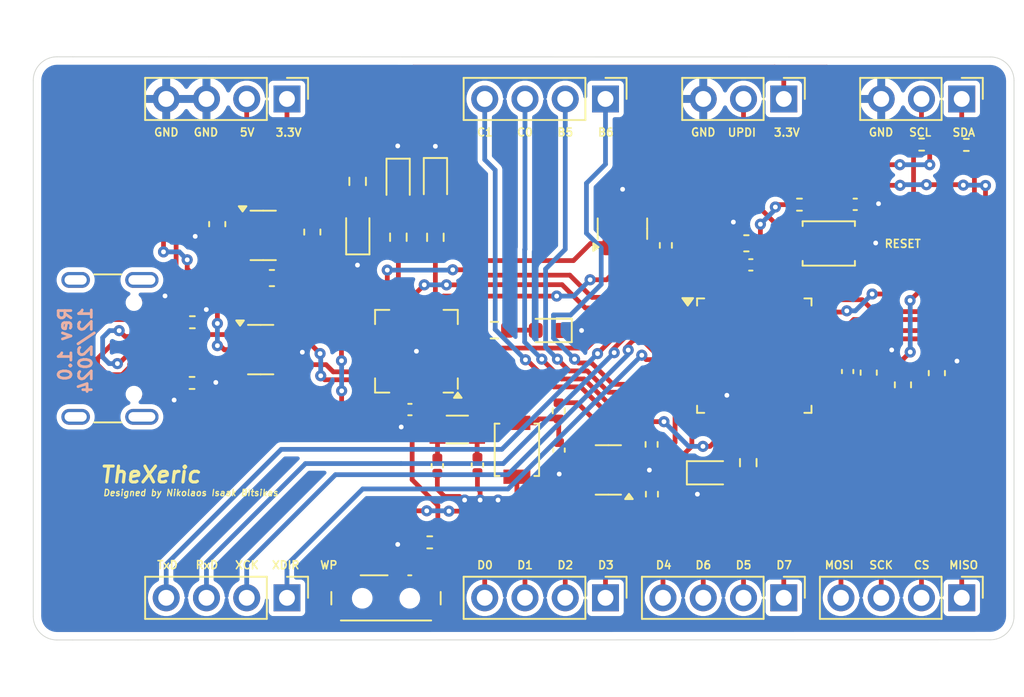
<source format=kicad_pcb>
(kicad_pcb (version 20240108) (generator "pcbnew") (generator_version "8.0")
  (title_block (title "TheXeric") (date "2024-12-08") (rev "1.0") (company "Nikolaos Isaak Bitsikas"))
  (layers (0 "F.Cu" signal) (31 "B.Cu" signal) (34 "B.Paste" user) (35 "F.Paste" user) (36 "B.SilkS" user "B.Silkscreen") (37 "F.SilkS" user "F.Silkscreen") (38 "B.Mask" user) (39 "F.Mask" user) (44 "Edge.Cuts" user))
  (net 0 "")
  (net 1 "GND")
  (net 2 "M_RST")
  (net 3 "Net-(U5-OSC1)")
  (net 4 "Net-(U5-OSC2)")
  (net 5 "RST")
  (net 6 "VBUS")
  (net 7 "+3.3V")
  (net 8 "+3.3VA")
  (net 9 "Net-(D1-A)")
  (net 10 "Net-(D2-A)")
  (net 11 "Net-(D3-A)")
  (net 12 "Net-(D4-A)")
  (net 13 "Net-(D6-A)")
  (net 14 "+5V")
  (net 15 "U_D-")
  (net 16 "U_D+")
  (net 20 "Net-(J1-CC2)")
  (net 21 "Net-(J1-CC1)")
  (net 25 "XCK")
  (net 26 "RxD")
  (net 27 "TxD")
  (net 28 "XDIR")
  (net 29 "SDA")
  (net 30 "SCL")
  (net 31 "CS")
  (net 32 "SCK")
  (net 33 "MOSI")
  (net 34 "MISO")
  (net 35 "PD0")
  (net 36 "PD3")
  (net 37 "PD2")
  (net 38 "PD1")
  (net 39 "PD5")
  (net 40 "PD7")
  (net 41 "PD4")
  (net 42 "PD6")
  (net 43 "PB4")
  (net 44 "PC1")
  (net 45 "PB5")
  (net 46 "PC0")
  (net 47 "DEBUG")
  (net 48 "Net-(U6-SW)")
  (net 49 "Net-(SW1-A)")
  (net 50 "Net-(U3-V_{OUT})")
  (net 51 "PA1_T")
  (net 52 "LED")
  (net 53 "C_LED")
  (net 54 "L_LED")
  (net 55 "T_LED")
  (net 56 "Net-(SW1-B)")
  (net 57 "M_D+")
  (net 58 "M_D-")
  (net 61 "SDA_A")
  (net 63 "SCK_M")
  (net 66 "MOSI_M")
  (net 72 "MISO_M")
  (net 73 "CS_M")
  (net 74 "SCL_A")
  (footprint "Capacitor_SMD:C_0603_1608Metric" (layer "F.Cu") (at 121.01 86.76 -90)
    (property "Reference" "C5")
    (property "Value" "4.7μF")
  )
  (footprint "Connector_PinHeader_2.54mm:PinHeader_1x04_P2.54mm_Vertical" (layer "F.Cu") (at 125.41 110.34 -90)
    (property "Reference" "J3")
    (property "Value" "Conn_01x04_Pin")
  )
  (footprint "Capacitor_SMD:C_0603_1608Metric" (layer "F.Cu") (at 154.4 87.97 180)
    (property "Reference" "C8")
    (property "Value" "4.7μF")
  )
  (footprint "Capacitor_SMD:C_0603_1608Metric" (layer "F.Cu") (at 124.46 90.1625 180)
    (property "Reference" "C6")
    (property "Value" "10μF")
  )
  (footprint "Resistor_SMD:R_0603_1608Metric" (layer "F.Cu") (at 129.87 84.0625 90)
    (property "Reference" "R4")
    (property "Value" "100R")
  )
  (footprint "Fuse:Fuse_0402_1005Metric" (layer "F.Cu") (at 119.44 91.16 90)
    (property "Reference" "F1")
    (property "Value" "500mA")
  )
  (footprint "Resistor_SMD:R_0402_1005Metric" (layer "F.Cu") (at 119.44 92.95)
    (property "Reference" "R7")
    (property "Value" "5.1k")
  )
  (footprint "Package_DFN_QFN:QFN-20-1EP_5x5mm_P0.65mm_EP3.35x3.35mm" (layer "F.Cu") (at 133.58 94.78 180)
    (property "Reference" "U5")
    (property "Value" "MCP2210x-MQ")
  )
  (footprint "Package_TO_SOT_SMD:SOT-23-5" (layer "F.Cu") (at 145.69 102.27 180)
    (property "Reference" "U4")
    (property "Value" "AT24CS32-STUM")
  )
  (footprint "Resistor_SMD:R_0402_1005Metric" (layer "F.Cu") (at 142.56 98.54 90)
    (property "Reference" "R10")
    (property "Value" "4.7k")
  )
  (footprint "Resistor_SMD:R_0603_1608Metric" (layer "F.Cu") (at 132.44 87.585 -90)
    (property "Reference" "R5")
    (property "Value" "100R")
  )
  (footprint "Inductor_SMD:L_0603_1608Metric" (layer "F.Cu") (at 164.28 96.9 90)
    (property "Reference" "FB1")
    (property "Value" "FerriteBead")
  )
  (footprint "Capacitor_SMD:C_0402_1005Metric" (layer "F.Cu") (at 160.79 96.06 90)
    (property "Reference" "C9")
    (property "Value" "10nF")
  )
  (footprint "Capacitor_SMD:C_0402_1005Metric" (layer "F.Cu") (at 134.9 102 -90)
    (property "Reference" "C2")
    (property "Value" "22pF")
  )
  (footprint "Package_TO_SOT_SMD:SOT-23-6" (layer "F.Cu") (at 123.75 94.6775)
    (property "Reference" "U1")
    (property "Value" "USBLC6-2SC6")
  )
  (footprint "Connector_PinHeader_2.54mm:PinHeader_1x03_P2.54mm_Vertical" (layer "F.Cu") (at 156.76 78.86 -90)
    (property "Reference" "J9")
    (property "Value" "Conn_01x03_Pin")
  )
  (footprint "Resistor_SMD:R_0402_1005Metric" (layer "F.Cu") (at 148.44 103.8 90)
    (property "Reference" "R15")
    (property "Value" "1k5")
  )
  (footprint "LED_SMD:LED_0603_1608Metric" (layer "F.Cu") (at 141.8975 93.47 180)
    (property "Reference" "D6")
    (property "Value" "LED")
  )
  (footprint "LED_SMD:LED_0603_1608Metric" (layer "F.Cu") (at 132.425 84.115 -90)
    (property "Reference" "D3")
    (property "Value" "LED")
  )
  (footprint "Resistor_SMD:R_0402_1005Metric" (layer "F.Cu") (at 168.28 81.76)
    (property "Reference" "R12")
    (property "Value" "1k5")
  )
  (footprint "Capacitor_SMD:C_0603_1608Metric" (layer "F.Cu") (at 166.42 96.16 90)
    (property "Reference" "C11")
    (property "Value" "1μF")
  )
  (footprint "Connector_PinHeader_2.54mm:PinHeader_1x03_P2.54mm_Vertical" (layer "F.Cu") (at 167.99 78.86 -90)
    (property "Reference" "J4")
    (property "Value" "Conn_01x03_Pin")
  )
  (footprint "Connector_PinHeader_2.54mm:PinHeader_1x04_P2.54mm_Vertical" (layer "F.Cu") (at 145.51 78.86 -90)
    (property "Reference" "J8")
    (property "Value" "Conn_01x04_Pin")
  )
  (footprint "Capacitor_SMD:C_0402_1005Metric" (layer "F.Cu") (at 142.58 101.02 -90)
    (property "Reference" "C1")
    (property "Value" "100nF")
  )
  (footprint "Connector_USB:USB_C_Receptacle_GCT_USB4105-xx-A_16P_TopMnt_Horizontal" (layer "F.Cu") (at 113.15 94.6 -90)
    (property "Reference" "J1")
    (property "Value" "USB_C_Receptacle_USB2.0_16P")
  )
  (footprint "Resistor_SMD:R_0402_1005Metric" (layer "F.Cu") (at 148.42 100.66 -90)
    (property "Reference" "R14")
    (property "Value" "1k5")
  )
  (footprint "Button_Switch_SMD:SW_SPST_B3U-1000P" (layer "F.Cu") (at 139.92 101 -90)
    (property "Reference" "SW2")
    (property "Value" "SW_Push")
  )
  (footprint "LED_SMD:LED_0603_1608Metric" (layer "F.Cu") (at 129.88 87.1825 90)
    (property "Reference" "D1")
    (property "Value" "LED")
  )
  (footprint "Resistor_SMD:R_0402_1005Metric" (layer "F.Cu") (at 165.46 81.74 180)
    (property "Reference" "R13")
    (property "Value" "1k5")
  )
  (footprint "Resistor_SMD:R_0402_1005Metric" (layer "F.Cu") (at 149.32 88.1 -90)
    (property "Reference" "R2")
    (property "Value" "10k")
  )
  (footprint "LED_SMD:LED_0603_1608Metric" (layer "F.Cu") (at 134.78 84.07125 -90)
    (property "Reference" "D4")
    (property "Value" "LED")
  )
  (footprint "Resistor_SMD:R_0603_1608Metric" (layer "F.Cu") (at 138.5 93.45 180)
    (property "Reference" "R8")
    (property "Value" "100R")
  )
  (footprint "Inductor_SMD:L_0603_1608Metric" (layer "F.Cu") (at 127.01 87.26 -90)
    (property "Reference" "L1")
    (property "Value" "10μF")
  )
  (footprint "Resistor_SMD:R_0402_1005Metric" (layer "F.Cu") (at 119.42 96.78)
    (property "Reference" "R9")
    (property "Value" "5.1k")
  )
  (footprint "Resistor_SMD:R_0603_1608Metric" (layer "F.Cu") (at 154.52 101.81 90)
    (property "Reference" "R3")
    (property "Value" "100R")
  )
  (footprint "Package_TO_SOT_SMD:TSOT-23-5" (layer "F.Cu") (at 123.91 87.47)
    (property "Reference" "U6")
    (property "Value" "LM3670MF")
  )
  (footprint "Capacitor_SMD:C_0402_1005Metric" (layer "F.Cu") (at 161.27 85.51)
    (property "Reference" "C4")
    (property "Value" "100nF")
  )
  (footprint "Connector_PinHeader_2.54mm:PinHeader_1x04_P2.54mm_Vertical" (layer "F.Cu") (at 145.51 110.34 -90)
    (property "Reference" "J6")
    (property "Value" "Conn_01x04_Pin")
  )
  (footprint "Capacitor_SMD:C_0402_1005Metric" (layer "F.Cu") (at 133.17 98.46 180)
    (property "Reference" "C12")
    (property "Value" "100nF")
  )
  (footprint "Package_TO_SOT_SMD:SOT-23" (layer "F.Cu") (at 146.58 87.0475 90)
    (property "Reference" "U3")
    (property "Value" "TC1047xNB")
  )
  (footprint "Resistor_SMD:R_0402_1005Metric" (layer "F.Cu") (at 157.75 85.53 180)
    (property "Reference" "R11")
    (property "Value" "4.7k")
  )
  (footprint "Connector_PinHeader_2.54mm:PinHeader_1x04_P2.54mm_Vertical" (layer "F.Cu") (at 125.41 78.86 -90)
    (property "Reference" "J2")
    (property "Value" "Conn_01x04_Pin")
  )
  (footprint "Package_QFP:TQFP-48_7x7mm_P0.5mm" (layer "F.Cu") (at 154.9 95.0575)
    (property "Reference" "U2")
    (property "Value" "ATmega4809-A")
  )
  (footprint "Resistor_SMD:R_0603_1608Metric" (layer "F.Cu") (at 134.775 87.59125 -90)
    (property "Reference" "R6")
    (property "Value" "100R")
  )
  (footprint "Connector_PinHeader_2.54mm:PinHeader_1x04_P2.54mm_Vertical" (layer "F.Cu") (at 156.76 110.34 -90)
    (property "Reference" "J7")
    (property "Value" "Conn_01x04_Pin")
  )
  (footprint "Button_Switch_SMD:SW_SPST_B3U-1000P" (layer "F.Cu") (at 159.6 87.98)
    (property "Reference" "SW3")
    (property "Value" "SW_Push")
  )
  (footprint "Resistor_SMD:R_0402_1005Metric" (layer "F.Cu") (at 134.42 106.84)
    (property "Reference" "R1")
    (property "Value" "10k")
  )
  (footprint "Capacitor_SMD:C_0402_1005Metric" (layer "F.Cu") (at 137.43 101.96 -90)
    (property "Reference" "C3")
    (property "Value" "22pF")
  )
  (footprint "Capacitor_SMD:C_0603_1608Metric" (layer "F.Cu") (at 162.12 96.13 90)
    (property "Reference" "C10")
    (property "Value" "1μF")
  )
  (footprint "Connector_PinHeader_2.54mm:PinHeader_1x04_P2.54mm_Vertical" (layer "F.Cu") (at 167.99 110.34 -90)
    (property "Reference" "J5")
    (property "Value" "Conn_01x04_Pin")
  )
  (footprint "Button_Switch_SMD:SW_SPDT_PCM12" (layer "F.Cu") (at 131.66 110.04)
    (property "Reference" "SW1")
    (property "Value" "SW_SPDT_312")
  )
  (footprint "Capacitor_SMD:C_0402_1005Metric" (layer "F.Cu") (at 154.68 89.33 180)
    (property "Reference" "C7")
    (property "Value" "100nF")
  )
  (footprint "LED_SMD:LED_0603_1608Metric" (layer "F.Cu") (at 152.13 102.45)
    (property "Reference" "D2")
    (property "Value" "LED")
  )
  (footprint "Crystal:Crystal_SMD_3215-2Pin_3.2x1.5mm" (layer "F.Cu") (at 136.16 99.72 180)
    (property "Reference" "Y1")
    (property "Value" "12MHz")
  )
  (gr_arc (start 110.9 113) (mid 109.83934 112.56066) (end 109.4 111.5) (stroke (width 0.05)) (layer "Edge.Cuts"))
  (gr_arc (start 109.4 77.7) (mid 109.83934 76.63934) (end 110.9 76.2) (stroke (width 0.05)) (layer "Edge.Cuts"))
  (gr_line (start 116.01 113) (end 169.79 112.99) (stroke (width 0.05)) (layer "Edge.Cuts"))
  (gr_line (start 171.29 111.49) (end 171.29 77.71) (stroke (width 0.05)) (layer "Edge.Cuts"))
  (gr_line (start 111.9 113) (end 110.9 113) (stroke (width 0.05)) (layer "Edge.Cuts"))
  (gr_arc (start 171.29 111.49) (mid 170.85066 112.55066) (end 169.79 112.99) (stroke (width 0.05)) (layer "Edge.Cuts"))
  (gr_line (start 169.79 76.21) (end 111.9 76.2) (stroke (width 0.05)) (layer "Edge.Cuts"))
  (gr_line (start 109.4 111.5) (end 109.4 77.7) (stroke (width 0.05)) (layer "Edge.Cuts"))
  (gr_line (start 111.9 113) (end 116.01 113) (stroke (width 0.05)) (layer "Edge.Cuts"))
  (gr_arc (start 169.79 76.21) (mid 170.85066 76.64934) (end 171.29 77.71) (stroke (width 0.05)) (layer "Edge.Cuts"))
  (gr_line (start 111.9 76.2) (end 110.9 76.2) (stroke (width 0.05)) (layer "Edge.Cuts"))
  (gr_text " Rev 1.0\n 12/2024" (at 113.17 91.3 90) (layer "B.SilkS") (effects (font (size 0.8 0.8) (thickness 0.175) (bold yes)) (justify left bottom mirror)))
  (gr_text "D1" (at 139.88 108.57 0) (layer "F.SilkS") (effects (font (size 0.5 0.5) (thickness 0.1) (bold yes)) (justify left bottom)))
  (gr_text "D2" (at 142.42 108.57 0) (layer "F.SilkS") (effects (font (size 0.5 0.5) (thickness 0.1) (bold yes)) (justify left bottom)))
  (gr_text "B5" (at 142.42 81.26 0) (layer "F.SilkS") (effects (font (size 0.5 0.5) (thickness 0.1) (bold yes)) (justify left bottom)))
  (gr_text "RESET" (at 163.07 88.29 0) (layer "F.SilkS") (effects (font (size 0.5 0.5) (thickness 0.1) (bold yes)) (justify left bottom)))
  (gr_text "SDA" (at 167.35 81.27 0) (layer "F.SilkS") (effects (font (size 0.5 0.5) (thickness 0.1) (bold yes)) (justify left bottom)))
  (gr_text "MOSI" (at 159.29 108.57 0) (layer "F.SilkS") (effects (font (size 0.5 0.5) (thickness 0.1) (bold yes)) (justify left bottom)))
  (gr_text "B6" (at 144.98 81.26 0) (layer "F.SilkS") (effects (font (size 0.5 0.5) (thickness 0.1) (bold yes)) (justify left bottom)))
  (gr_text "D7" (at 156.23 108.57 0) (layer "F.SilkS") (effects (font (size 0.5 0.5) (thickness 0.1) (bold yes)) (justify left bottom)))
  (gr_text "CS" (at 164.91 108.57 0) (layer "F.SilkS") (effects (font (size 0.5 0.5) (thickness 0.1) (bold yes)) (justify left bottom)))
  (gr_text "GND" (at 150.85 81.26 0) (layer "F.SilkS") (effects (font (size 0.5 0.5) (thickness 0.1) (bold yes)) (justify left bottom)))
  (gr_text "C1" (at 137.35 81.26 0) (layer "F.SilkS") (effects (font (size 0.5 0.5) (thickness 0.1) (bold yes)) (justify left bottom)))
  (gr_text "WP" (at 127.45 108.57 0) (layer "F.SilkS") (effects (font (size 0.5 0.5) (thickness 0.1) (bold yes)) (justify left bottom)))
  (gr_text "MISO" (at 167.14 108.57 0) (layer "F.SilkS") (effects (font (size 0.5 0.5) (thickness 0.1) (bold yes)) (justify left bottom)))
  (gr_text "D6" (at 151.13 108.57 0) (layer "F.SilkS") (effects (font (size 0.5 0.5) (thickness 0.1) (bold yes)) (justify left bottom)))
  (gr_text "SCL" (at 164.61 81.26 0) (layer "F.SilkS") (effects (font (size 0.5 0.5) (thickness 0.1) (bold yes)) (justify left bottom)))
  (gr_text "D0" (at 137.35 108.57 0) (layer "F.SilkS") (effects (font (size 0.5 0.5) (thickness 0.1) (bold yes)) (justify left bottom)))
  (gr_text "SCK" (at 162.1 108.57 0) (layer "F.SilkS") (effects (font (size 0.5 0.5) (thickness 0.1) (bold yes)) (justify left bottom)))
  (gr_text "GND" (at 116.97 81.26 0) (layer "F.SilkS") (effects (font (size 0.5 0.5) (thickness 0.1) (bold yes)) (justify left bottom)))
  (gr_text "GND" (at 162.07 81.26 0) (layer "F.SilkS") (effects (font (size 0.5 0.5) (thickness 0.1) (bold yes)) (justify left bottom)))
  (gr_text "5V" (at 122.38 81.26 0) (layer "F.SilkS") (effects (font (size 0.5 0.5) (thickness 0.1) (bold yes)) (justify left bottom)))
  (gr_text "XDIR" (at 124.41 108.57 0) (layer "F.SilkS") (effects (font (size 0.5 0.5) (thickness 0.1) (bold yes)) (justify left bottom)))
  (gr_text "D3" (at 144.98 108.57 0) (layer "F.SilkS") (effects (font (size 0.5 0.5) (thickness 0.1) (bold yes)) (justify left bottom)))
  (gr_text "RxD" (at 119.59 108.56 0) (layer "F.SilkS") (effects (font (size 0.5 0.5) (thickness 0.1) (bold yes)) (justify left bottom)))
  (gr_text "D5" (at 153.67 108.57 0) (layer "F.SilkS") (effects (font (size 0.5 0.5) (thickness 0.1) (bold yes)) (justify left bottom)))
  (gr_text "XCK" (at 122.08 108.57 0) (layer "F.SilkS") (effects (font (size 0.5 0.5) (thickness 0.1) (bold yes)) (justify left bottom)))
  (gr_text "C0" (at 139.87 81.26 0) (layer "F.SilkS") (effects (font (size 0.5 0.5) (thickness 0.1) (bold yes)) (justify left bottom)))
  (gr_text "UPDI" (at 153.17 81.27 0) (layer "F.SilkS") (effects (font (size 0.5 0.5) (thickness 0.1) (bold yes)) (justify left bottom)))
  (gr_text "TxD" (at 117.16 108.56 0) (layer "F.SilkS") (effects (font (size 0.5 0.5) (thickness 0.1) (bold yes)) (justify left bottom)))
  (gr_text "GND" (at 119.47 81.26 0) (layer "F.SilkS") (effects (font (size 0.5 0.5) (thickness 0.1) (bold yes)) (justify left bottom)))
  (gr_text "3.3V" (at 156.08 81.27 0) (layer "F.SilkS") (effects (font (size 0.5 0.5) (thickness 0.1) (bold yes)) (justify left bottom)))
  (gr_text "Designed by Nikolaos Isaak Bitsikas" (at 113.77 103.95 0) (layer "F.SilkS") (effects (font (size 0.4 0.4) (thickness 0.08) (bold yes) (italic yes)) (justify left bottom)))
  (gr_text "D4" (at 148.63 108.57 0) (layer "F.SilkS") (effects (font (size 0.5 0.5) (thickness 0.1) (bold yes)) (justify left bottom)))
  (gr_text "3.3V" (at 124.64 81.27 0) (layer "F.SilkS") (effects (font (size 0.5 0.5) (thickness 0.1) (bold yes)) (justify left bottom)))
  (gr_text "TheXeric" (at 113.53 103.16 0) (layer "F.SilkS") (effects (font (size 1 1) (thickness 0.2) (bold yes) (italic yes)) (justify left bottom)))
  (segment (start 121.01 87.535) (end 119.625 87.535) (width 0.3) (layer "F.Cu") (net 1))
  (segment (start 129.88 89.325) (end 129.86 89.345) (width 0.3) (layer "F.Cu") (net 1))
  (segment (start 162.7 85.51) (end 162.74 85.47) (width 0.3) (layer "F.Cu") (net 1))
  (segment (start 161.015 95.355) (end 160.79 95.58) (width 0.3) (layer "F.Cu") (net 1))
  (segment (start 129.88 87.97) (end 129.88 89.325) (width 0.3) (layer "F.Cu") (net 1))
  (segment (start 167.675 95.385) (end 167.69 95.4) (width 0.3) (layer "F.Cu") (net 1))
  (segment (start 151.3425 102.45) (end 151.3425 103.7675) (width 0.3) (layer "F.Cu") (net 1))
  (segment (start 146.8275 102.27) (end 148.27 102.27) (width 0.3) (layer "F.Cu") (net 1))
  (segment (start 154.65 90.895) (end 154.65 89.826846) (width 0.3) (layer "F.Cu") (net 1))
  (segment (start 121.01 87.535) (end 122.7075 87.535) (width 0.3) (layer "F.Cu") (net 1))
  (segment (start 132.93 98.22) (end 132.69 98.46) (width 0.3) (layer "F.Cu") (net 1))
  (segment (start 134.9 102.48) (end 134.9 103.49) (width 0.3) (layer "F.Cu") (net 1))
  (segment (start 160.5625 95.8075) (end 160.79 95.58) (width 0.3) (layer "F.Cu") (net 1))
  (segment (start 142.685 93.47) (end 144 93.47) (width 0.3) (layer "F.Cu") (net 1))
  (segment (start 153.56 88.69) (end 153.56 88.035) (width 0.3) (layer "F.Cu") (net 1))
  (segment (start 132.69 99.49) (end 132.62 99.56) (width 0.3) (layer "F.Cu") (net 1))
  (segment (start 119.95 92.52) (end 120.32 92.15) (width 0.3) (layer "F.Cu") (net 1))
  (segment (start 146.58 84.57) (end 146.59 84.56) (width 0.3) (layer "F.Cu") (net 1))
  (segment (start 153.56 88.035) (end 153.625 87.97) (width 0.3) (layer "F.Cu") (net 1))
  (segment (start 154.2 89.33) (end 153.56 88.69) (width 0.3) (layer "F.Cu") (net 1))
  (segment (start 119.95 92.95) (end 119.95 92.52) (width 0.3) (layer "F.Cu") (net 1))
  (segment (start 119.625 87.535) (end 119.62 87.53) (width 0.3) (layer "F.Cu") (net 1))
  (segment (start 162.12 95.355) (end 161.015 95.355) (width 0.3) (layer "F.Cu") (net 1))
  (segment (start 142.58 102.52) (end 142.59 102.53) (width 0.3) (layer "F.Cu") (net 1))
  (segment (start 132.425 81.85) (end 132.4 81.825) (width 0.3) (layer "F.Cu") (net 1))
  (segment (start 161.75 85.51) (end 162.7 85.51) (width 0.3) (layer "F.Cu") (net 1))
  (segment (start 134.92 103.51) (end 135.35 103.94) (width 0.3) (layer "F.Cu") (net 1))
  (segment (start 153.625 87.97) (end 153.625 86.675) (width 0.3) (layer "F.Cu") (net 1))
  (segment (start 137.43 103.45) (end 137.6 103.62) (width 0.3) (layer "F.Cu") (net 1))
  (segment (start 139.75 104.17) (end 138.73 104.17) (width 0.3) (layer "F.Cu") (net 1))
  (segment (start 161.3 87.98) (end 162.53 87.98) (width 0.3) (layer "F.Cu") (net 1))
  (segment (start 126.2175 94.6775) (end 126.38 94.84) (width 0.3) (layer "F.Cu") (net 1))
  (segment (start 118.23 97.8) (end 118.29 97.86) (width 0.3) (layer "F.Cu") (net 1))
  (segment (start 139.92 102.7) (end 139.92 103.96) (width 0.3) (layer "F.Cu") (net 1))
  (segment (start 132.41 108.61) (end 132.41 106.98) (width 0.3) (layer "F.Cu") (net 1))
  (segment (start 132.93 95.43) (end 133.58 94.78) (width 0.3) (layer "F.Cu") (net 1))
  (segment (start 139.92 103.96) (end 139.94 103.98) (width 0.3) (layer "F.Cu") (net 1))
  (segment (start 122.7075 87.535) (end 122.7725 87.47) (width 0.3) (layer "F.Cu") (net 1))
  (segment (start 153.15 99.22) (end 153.15 97.58) (width 0.3) (layer "F.Cu") (net 1))
  (segment (start 132.41 106.98) (end 132.4 106.97) (width 0.3) (layer "F.Cu") (net 1))
  (segment (start 119.62 88.33) (end 119.62 87.53) (width 0.3) (layer "F.Cu") (net 1))
  (segment (start 154.2 89.376846) (end 154.2 89.33) (width 0.3) (layer "F.Cu") (net 1))
  (segment (start 119.93 96.78) (end 120.89 96.78) (width 0.3) (layer "F.Cu") (net 1))
  (segment (start 134.9 103.49) (end 134.92 103.51) (width 0.3) (layer "F.Cu") (net 1))
  (segment (start 132.69 98.46) (end 132.69 99.49) (width 0.3) (layer "F.Cu") (net 1))
  (segment (start 135.35 103.94) (end 136.29 103.94) (width 0.3) (layer "F.Cu") (net 1))
  (segment (start 121.4525 90.1625) (end 119.62 88.33) (width 0.3) (layer "F.Cu") (net 1))
  (segment (start 146.58 86.11) (end 146.58 84.57) (width 0.3) (layer "F.Cu") (net 1))
  (segment (start 134.78 81.85125) (end 134.775 81.84625) (width 0.3) (layer "F.Cu") (net 1))
  (segment (start 153.15 97.58) (end 153.17 97.56) (width 0.3) (layer "F.Cu") (net 1))
  (segment (start 137.6 103.62) (end 137.6 104.17) (width 0.3) (layer "F.Cu") (net 1))
  (segment (start 134.78 83.28375) (end 134.78 81.85125) (width 0.3) (layer "F.Cu") (net 1))
  (segment (start 162.915 95.355) (end 163.57 94.7) (width 0.3) (layer "F.Cu") (net 1))
  (segment (start 154.65 89.826846) (end 154.2 89.376846) (width 0.3) (layer "F.Cu") (net 1))
  (segment (start 117.605 91.4) (end 117.715 91.29) (width 0.3) (layer "F.Cu") (net 1))
  (segment (start 136.52 104.17) (end 136.62 104.17) (width 0.3) (layer "F.Cu") (net 1))
  (segment (start 123.685 90.1625) (end 121.4525 90.1625) (width 0.3) (layer "F.Cu") (net 1))
  (segment (start 166.42 95.385) (end 167.675 95.385) (width 0.3) (layer "F.Cu") (net 1))
  (segment (start 162.12 95.355) (end 162.915 95.355) (width 0.3) (layer "F.Cu") (net 1))
  (segment (start 148.27 102.27) (end 148.28 102.28) (width 0.3) (layer "F.Cu") (net 1))
  (segment (start 137.43 103.45) (end 137.44 103.46) (width 0.3) (layer "F.Cu") (net 1))
  (segment (start 162.53 87.98) (end 162.56 87.95) (width 0.3) (layer "F.Cu") (net 1))
  (segment (start 116.83 97.8) (end 118.23 97.8) (width 0.3) (layer "F.Cu") (net 1))
  (segment (start 142.58 101.5) (end 142.58 102.52) (width 0.3) (layer "F.Cu") (net 1))
  (segment (start 124.8875 94.6775) (end 126.2175 94.6775) (width 0.3) (layer "F.Cu") (net 1))
  (segment (start 136.29 103.94) (end 136.52 104.17) (width 0.3) (layer "F.Cu") (net 1))
  (segment (start 120.89 96.78) (end 120.92 96.75) (width 0.3) (layer "F.Cu") (net 1))
  (segment (start 153.625 86.675) (end 153.58 86.63) (width 0.3) (layer "F.Cu") (net 1))
  (segment (start 132.93 97.23) (end 132.93 98.22) (width 0.3) (layer "F.Cu") (net 1))
  (segment (start 139.94 103.98) (end 139.75 104.17) (width 0.3) (layer "F.Cu") (net 1))
  (segment (start 132.425 83.3275) (end 132.425 81.85) (width 0.3) (layer "F.Cu") (net 1))
  (segment (start 159.0625 95.8075) (end 160.5625 95.8075) (width 0.3) (layer "F.Cu") (net 1))
  (segment (start 116.83 91.4) (end 117.605 91.4) (width 0.3) (layer "F.Cu") (net 1))
  (segment (start 151.3425 103.7675) (end 151.31 103.8) (width 0.3) (layer "F.Cu") (net 1))
  (segment (start 137.43 102.44) (end 137.43 103.45) (width 0.3) (layer "F.Cu") (net 1))
  (via (at 138.73 104.17) (size 0.7) (drill 0.3) (layers "F.Cu" "B.Cu") (net 1))
  (via (at 120.32 92.15) (size 0.7) (drill 0.3) (layers "F.Cu" "B.Cu") (net 1))
  (via (at 132.4 81.825) (size 0.7) (drill 0.3) (layers "F.Cu" "B.Cu") (net 1))
  (via (at 133.58 94.78) (size 0.7) (drill 0.3) (layers "F.Cu" "B.Cu") (net 1))
  (via (at 142.59 102.53) (size 0.7) (drill 0.3) (layers "F.Cu" "B.Cu") (net 1))
  (via (at 129.86 89.345) (size 0.7) (drill 0.3) (layers "F.Cu" "B.Cu") (net 1))
  (via (at 117.715 91.29) (size 0.7) (drill 0.3) (layers "F.Cu" "B.Cu") (net 1))
  (via (at 136.62 104.17) (size 0.7) (drill 0.3) (layers "F.Cu" "B.Cu") (net 1))
  (via (at 144 93.47) (size 0.7) (drill 0.3) (layers "F.Cu" "B.Cu") (net 1))
  (via (at 148.28 102.28) (size 0.7) (drill 0.3) (layers "F.Cu" "B.Cu") (net 1))
  (via (at 146.59 84.56) (size 0.7) (drill 0.3) (layers "F.Cu" "B.Cu") (net 1))
  (via (at 134.775 81.84625) (size 0.7) (drill 0.3) (layers "F.Cu" "B.Cu") (net 1))
  (via (at 153.17 97.56) (size 0.7) (drill 0.3) (layers "F.Cu" "B.Cu") (net 1))
  (via (at 120.92 96.75) (size 0.7) (drill 0.3) (layers "F.Cu" "B.Cu") (net 1))
  (via (at 119.62 87.53) (size 0.7) (drill 0.3) (layers "F.Cu" "B.Cu") (net 1))
  (via (at 137.6 104.17) (size 0.7) (drill 0.3) (layers "F.Cu" "B.Cu") (net 1))
  (via (at 163.57 94.7) (size 0.7) (drill 0.3) (layers "F.Cu" "B.Cu") (net 1))
  (via (at 162.74 85.47) (size 0.7) (drill 0.3) (layers "F.Cu" "B.Cu") (net 1))
  (via (at 153.58 86.63) (size 0.7) (drill 0.3) (layers "F.Cu" "B.Cu") (net 1))
  (via (at 118.29 97.86) (size 0.7) (drill 0.3) (layers "F.Cu" "B.Cu") (net 1))
  (via (at 132.62 99.56) (size 0.7) (drill 0.3) (layers "F.Cu" "B.Cu") (net 1))
  (via (at 162.56 87.95) (size 0.7) (drill 0.3) (layers "F.Cu" "B.Cu") (net 1))
  (via (at 167.69 95.4) (size 0.7) (drill 0.3) (layers "F.Cu" "B.Cu") (net 1))
  (via (at 126.38 94.84) (size 0.7) (drill 0.3) (layers "F.Cu" "B.Cu") (net 1))
  (via (at 132.4 106.97) (size 0.7) (drill 0.3) (layers "F.Cu" "B.Cu") (net 1))
  (via (at 151.31 103.8) (size 0.7) (drill 0.3) (layers "F.Cu" "B.Cu") (net 1))
  (segment (start 138.99 97.44) (end 139.92 98.37) (width 0.3) (layer "F.Cu") (net 2))
  (segment (start 136.69 96.08) (end 138.05 97.44) (width 0.3) (layer "F.Cu") (net 2))
  (segment (start 142.56 100.52) (end 142.58 100.54) (width 0.3) (layer "F.Cu") (net 2))
  (segment (start 141.09 99.3) (end 141.34 99.05) (width 0.3) (layer "F.Cu") (net 2))
  (segment (start 139.92 98.37) (end 139.92 99.3) (width 0.3) (layer "F.Cu") (net 2))
  (segment (start 138.05 97.44) (end 138.99 97.44) (width 0.3) (layer "F.Cu") (net 2))
  (segment (start 142.56 99.05) (end 142.56 100.52) (width 0.3) (layer "F.Cu") (net 2))
  (segment (start 136.03 96.08) (end 136.69 96.08) (width 0.3) (layer "F.Cu") (net 2))
  (segment (start 139.92 99.3) (end 141.09 99.3) (width 0.3) (layer "F.Cu") (net 2))
  (segment (start 141.34 99.05) (end 142.56 99.05) (width 0.3) (layer "F.Cu") (net 2))
  (segment (start 134.23 97.23) (end 134.23 97.86) (width 0.3) (layer "F.Cu") (net 3))
  (segment (start 134.23 97.86) (end 134.91 98.54) (width 0.3) (layer "F.Cu") (net 3))
  (segment (start 134.91 99.72) (end 134.91 101.51) (width 0.3) (layer "F.Cu") (net 3))
  (segment (start 134.91 98.54) (end 134.91 99.72) (width 0.3) (layer "F.Cu") (net 3))
  (segment (start 134.91 101.51) (end 134.9 101.52) (width 0.3) (layer "F.Cu") (net 3))
  (segment (start 134.88 97.23) (end 134.88 97.802893) (width 0.3) (layer "F.Cu") (net 4))
  (segment (start 134.88 97.802893) (end 135.277107 98.2) (width 0.3) (layer "F.Cu") (net 4))
  (segment (start 135.277107 98.2) (end 136.85 98.2) (width 0.3) (layer "F.Cu") (net 4))
  (segment (start 137.41 101.46) (end 137.43 101.48) (width 0.3) (layer "F.Cu") (net 4))
  (segment (start 137.41 98.76) (end 137.41 99.72) (width 0.3) (layer "F.Cu") (net 4))
  (segment (start 137.41 99.72) (end 137.41 101.46) (width 0.3) (layer "F.Cu") (net 4))
  (segment (start 136.85 98.2) (end 137.41 98.76) (width 0.3) (layer "F.Cu") (net 4))
  (segment (start 157.15 87.98) (end 156.85 87.68) (width 0.3) (layer "F.Cu") (net 5))
  (segment (start 160.77 85.53) (end 160.79 85.51) (width 0.3) (layer "F.Cu") (net 5))
  (segment (start 158.26 85.53) (end 160.77 85.53) (width 0.3) (layer "F.Cu") (net 5))
  (segment (start 156.15 90.05438) (end 156.73438 89.47) (width 0.3) (layer "F.Cu") (net 5))
  (segment (start 156.78 89.47) (end 156.78 89.1) (width 0.3) (layer "F.Cu") (net 5))
  (segment (start 156.85 87.68) (end 156.85 86.89) (width 0.3) (layer "F.Cu") (net 5))
  (segment (start 156.15 90.895) (end 156.15 90.05438) (width 0.3) (layer "F.Cu") (net 5))
  (segment (start 156.73438 89.47) (end 156.78 89.47) (width 0.3) (layer "F.Cu") (net 5))
  (segment (start 157.9 87.98) (end 157.15 87.98) (width 0.3) (layer "F.Cu") (net 5))
  (segment (start 156.9 86.89) (end 158.26 85.53) (width 0.3) (layer "F.Cu") (net 5))
  (segment (start 156.78 89.1) (end 157.9 87.98) (width 0.3) (layer "F.Cu") (net 5))
  (segment (start 156.85 86.89) (end 156.9 86.89) (width 0.3) (layer "F.Cu") (net 5))
  (segment (start 116.83 92.2) (end 117.86 92.2) (width 0.3) (layer "F.Cu") (net 6))
  (segment (start 114.07 92.78) (end 115.644999 92.78) (width 0.3) (layer "F.Cu") (net 6))
  (segment (start 123.95 88) (end 123.95 87.035001) (width 0.3) (layer "F.Cu") (net 6))
  (segment (start 121.01 85.985) (end 121.525 85.985) (width 0.3) (layer "F.Cu") (net 6))
  (segment (start 123.434999 86.52) (end 122.7725 86.52) (width 0.3) (layer "F.Cu") (net 6))
  (segment (start 113.882893 96.76) (end 112.96 95.837107) (width 0.3) (layer "F.Cu") (net 6))
  (segment (start 115.32 96.76) (end 113.882893 96.76) (width 0.3) (layer "F.Cu") (net 6))
  (segment (start 115.644999 92.78) (end 115.66 92.795001) (width 0.3) (layer "F.Cu") (net 6))
  (segment (start 121.525 85.985) (end 122.06 86.52) (width 0.3) (layer "F.Cu") (net 6))
  (segment (start 117.86 92.2) (end 118.415 91.645) (width 0.3) (layer "F.Cu") (net 6))
  (segment (start 116.24 97) (end 115.66 96.42) (width 0.3) (layer "F.Cu") (net 6))
  (segment (start 118.415 91.645) (end 118.415 87.165) (width 0.3) (layer "F.Cu") (net 6))
  (segment (start 123.53 88.42) (end 123.95 88) (width 0.3) (layer "F.Cu") (net 6))
  (segment (start 112.98 94.84) (end 112.98 93.87) (width 0.3) (layer "F.Cu") (net 6))
  (segment (start 112.96 94.86) (end 112.98 94.84) (width 0.3) (layer "F.Cu") (net 6))
  (segment (start 118.415 91.645) (end 119.44 91.645) (width 0.3) (layer "F.Cu") (net 6))
  (segment (start 119.595 85.985) (end 121.01 85.985) (width 0.3) (layer "F.Cu") (net 6))
  (segment (start 118.415 87.165) (end 119.595 85.985) (width 0.3) (layer "F.Cu") (net 6))
  (segment (start 116.83 97) (end 116.24 97) (width 0.3) (layer "F.Cu") (net 6))
  (segment (start 115.66 92.795001) (end 116.255001 92.2) (width 0.3) (layer "F.Cu") (net 6))
  (segment (start 115.66 96.42) (end 115.32 96.76) (width 0.3) (layer "F.Cu") (net 6))
  (segment (start 122.06 86.52) (end 122.7725 86.52) (width 0.3) (layer "F.Cu") (net 6))
  (segment (start 123.95 87.035001) (end 123.434999 86.52) (width 0.3) (layer "F.Cu") (net 6))
  (segment (start 112.96 95.837107) (end 112.96 94.86) (width 0.3) (layer "F.Cu") (net 6))
  (segment (start 116.255001 92.2) (end 116.83 92.2) (width 0.3) (layer "F.Cu") (net 6))
  (segment (start 112.98 93.87) (end 114.07 92.78) (width 0.3) (layer "F.Cu") (net 6))
  (segment (start 122.7725 88.42) (end 123.53 88.42) (width 0.3) (layer "F.Cu") (net 6))
  (segment (start 143.73 98.03) (end 144.9 99.2) (width 0.3) (layer "F.Cu") (net 7))
  (segment (start 128.86 99.15) (end 128.86 97.28) (width 0.3) (layer "F.Cu") (net 7))
  (segment (start 169.49 86.82) (end 169.49 84.32) (width 0.3) (layer "F.Cu") (net 7))
  (segment (start 144.9 99.83) (end 144.5525 100.1775) (width 0.3) (layer "F.Cu") (net 7))
  (segment (start 164.28 95.29) (end 164.74 94.83) (width 0.3) (layer "F.Cu") (net 7))
  (segment (start 144.9 99.2) (end 144.9 99.83) (width 0.3) (layer "F.Cu") (net 7))
  (segment (start 134.26 78.97) (end 132.52 78.97) (width 0.3) (layer "F.Cu") (net 7))
  (segment (start 167.77 81.76) (end 167.77 83.38) (width 0.3) (layer "F.Cu") (net 7))
  (segment (start 137.51 88.62) (end 137.51 83.5913) (width 0.3) (layer "F.Cu") (net 7))
  (segment (start 162.34 83.01) (end 161.15 81.82) (width 0.3) (layer "F.Cu") (net 7))
  (segment (start 132.51 77.741732) (end 133.394083 76.857649) (width 0.3) (layer "F.Cu") (net 7))
  (segment (start 127.77 82.26) (end 125.78 82.26) (width 0.3) (layer "F.Cu") (net 7))
  (segment (start 157.24 85.53) (end 157.24 84.94) (width 0.3) (layer "F.Cu") (net 7))
  (segment (start 152.65 98.02995) (end 152.44 97.81995) (width 0.3) (layer "F.Cu") (net 7))
  (segment (start 133.65 99.93) (end 133.31 100.27) (width 0.3) (layer "F.Cu") (net 7))
  (segment (start 164.73 91.58) (end 169.49 86.82) (width 0.3) (layer "F.Cu") (net 7))
  (segment (start 132.52 78.97) (end 132.51 78.98) (width 0.3) (layer "F.Cu") (net 7))
  (segment (start 131.13 95.43) (end 130.54 95.43) (width 0.3) (layer "F.Cu") (net 7))
  (segment (start 149.2 99.225761) (end 148.3 99.225761) (width 0.3) (layer "F.Cu") (net 7))
  (segment (start 155.15 91.73562) (end 155.15 90.895) (width 0.3) (layer "F.Cu") (net 7))
  (segment (start 130.54 95.43) (end 129.29 94.18) (width 0.3) (layer "F.Cu") (net 7))
  (segment (start 156.38 85.53) (end 156.23 85.68) (width 0.3) (layer "F.Cu") (net 7))
  (segment (start 129.98 100.27) (end 129.11 99.4) (width 0.3) (layer "F.Cu") (net 7))
  (segment (start 152.65 99.22) (end 152.65 98.02995) (width 0.3) (layer "F.Cu") (net 7))
  (segment (start 128.38 82.87) (end 127.77 82.26) (width 0.3) (layer "F.Cu") (net 7))
  (segment (start 167.06 84.09) (end 166.88 84.27) (width 0.3) (layer "F.Cu") (net 7))
  (segment (start 166.88 84.27) (end 165.76 84.27) (width 0.3) (layer "F.Cu") (net 7))
  (segment (start 159.479988 76.859988) (end 156.179988 76.859988) (width 0.3) (layer "F.Cu") (net 7))
  (segment (start 125.0475 89.975) (end 125.235 90.1625) (width 0.3) (layer "F.Cu") (net 7))
  (segment (start 152.33 100.56) (end 152.107039 100.782961) (width 0.3) (layer "F.Cu") (net 7))
  (segment (start 155.16 89.33) (end 155.16 87.985) (width 0.3) (layer "F.Cu") (net 7))
  (segment (start 125.235 90.1625) (end 126.3975 90.1625) (width 0.3) (layer "F.Cu") (net 7))
  (segment (start 167.77 83.38) (end 167.06 84.09) (width 0.3) (layer "F.Cu") (net 7))
  (segment (start 125.41 81.89) (end 125.41 78.86) (width 0.3) (layer "F.Cu") (net 7))
  (segment (start 133.31 100.27) (end 129.98 100.27) (width 0.3) (layer "F.Cu") (net 7))
  (segment (start 164.1 84.31) (end 162.27 84.31) (width 0.3) (layer "F.Cu") (net 7))
  (segment (start 137.95 89.06) (end 137.51 88.62) (width 0.3) (layer "F.Cu") (net 7))
  (segment (start 155.285025 87.859975) (end 155.175 87.97) (width 0.3) (layer "F.Cu") (net 7))
  (segment (start 156.179988 76.859988) (end 156.76 77.44) (width 0.3) (layer "F.Cu") (net 7))
  (segment (start 135.56 81.6413) (end 135.56 80.27) (width 0.3) (layer "F.Cu") (net 7))
  (segment (start 161.85 84.73) (end 158.98 84.73) (width 0.3) (layer "F.Cu") (net 7))
  (segment (start 157.24 85.53) (end 156.38 85.53) (width 0.3) (layer "F.Cu") (net 7))
  (segment (start 159.9 77.28) (end 159.479988 76.859988) (width 0.3) (layer "F.Cu") (net 7))
  (segment (start 164.28 96.1125) (end 164.28 95.29) (width 0.3) (layer "F.Cu") (net 7))
  (segment (start 152.65 99.22) (end 152.65 100.24) (width 0.3) (layer "F.Cu") (net 7))
  (segment (start 142.56 98.03) (end 143.73 98.03) (width 0.3) (layer "F.Cu") (net 7))
  (segment (start 148.3 99.225761) (end 145.504239 99.225761) (width 0.3) (layer "F.Cu") (net 7))
  (segment (start 166.88 84.27) (end 168.06 84.27) (width 0.3) (layer "F.Cu") (net 7))
  (segment (start 128.85 92.615) (end 126.3975 90.1625) (width 0.3) (layer "F.Cu") (net 7))
  (segment (start 148.42 99.345761) (end 148.3 99.225761) (width 0.3) (layer "F.Cu") (net 7))
  (segment (start 168.06 84.27) (end 168.09 84.3) (width 0.3) (layer "F.Cu") (net 7))
  (segment (start 128.3825 83.2375) (end 128.38 83.24) (width 0.3) (layer "F.Cu") (net 7))
  (segment (start 133.58 97.23) (end 133.58 98.39) (width 0.3) (layer "F.Cu") (net 7))
  (segment (start 156.179988 76.857649) (end 156.179988 76.859988) (width 0.3) (layer "F.Cu") (net 7))
  (segment (start 128.85 95.38) (end 128.85 94.18) (width 0.3) (layer "F.Cu") (net 7))
  (segment (start 129.11 99.4) (end 128.86 99.15) (width 0.3) (layer "F.Cu") (net 7))
  (segment (start 158.215 83.965) (end 159.9 82.28) (width 0.3) (layer "F.Cu") (net 7))
  (segment (start 155.285025 86.764975) (end 155.285025 87.859975) (width 0.3) (layer "F.Cu") (net 7))
  (segment (start 128.38 83.24) (end 128.38 82.87) (width 0.3) (layer "F.Cu") (net 7))
  (segment (start 127.01 89.55) (end 127.01 88.0475) (width 0.3) (layer "F.Cu") (net 7))
  (segment (start 152.44 97.81995) (end 152.44 94.44562) (width 0.3) (layer "F.Cu") (net 7))
  (segment (start 127.01 88.0475) (end 127.8925 88.0475) (width 0.3) (layer "F.Cu") (net 7))
  (segment (start 134.93 104.51) (end 134.93 106.84) (width 0.3) (layer "F.Cu") (net 7))
  (segment (start 164.09 83.01) (end 162.34 83.01) (width 0.3) (layer "F.Cu") (net 7))
  (segment (start 165.0325 96.1125) (end 165.855 96.935) (width 0.3) (layer "F.Cu") (net 7))
  (segment (start 165.97 81.74) (end 165.97 83.01) (width 0.3) (layer "F.Cu") (net 7))
  (segment (start 127.8925 88.0475) (end 128.38 87.56) (width 0.3) (layer "F.Cu") (net 7))
  (segment (start 157.24 84.94) (end 158.215 83.965) (width 0.3) (layer "F.Cu") (net 7))
  (segment (start 155.15 89.34) (end 155.16 89.33) (width 0.3) (layer "F.Cu") (net 7))
  (segment (start 162.27 84.31) (end 161.85 84.73) (width 0.3) (layer "F.Cu") (net 7))
  (segment (start 145.504239 99.225761) (end 144.9 99.83) (width 0.3) (layer "F.Cu") (net 7))
  (segment (start 159.9 82.28) (end 159.9 81.82) (width 0.3) (layer "F.Cu") (net 7))
  (segment (start 161.15 81.82) (end 159.9 81.82) (width 0.3) (layer "F.Cu") (net 7))
  (segment (start 152.107039 100.782961) (end 151.659881 100.782961) (width 0.3) (layer "F.Cu") (net 7))
  (segment (start 125.78 82.26) (end 125.41 81.89) (width 0.3) (layer "F.Cu") (net 7))
  (segment (start 156.76 77.44) (end 156.76 78.86) (width 0.3) (layer "F.Cu") (net 7))
  (segment (start 129.87 83.2375) (end 129.87 81.9) (width 0.3) (layer "F.Cu") (net 7))
  (segment (start 126.3975 90.1625) (end 127.01 89.55) (width 0.3) (layer "F.Cu") (net 7))
  (segment (start 155.15 90.895) (end 155.15 89.34) (width 0.3) (layer "F.Cu") (net 7))
  (segment (start 144.5525 100.1775) (end 144.5525 101.32) (width 0.3) (layer "F.Cu") (net 7))
  (segment (start 128.38 87.56) (end 128.38 83.24) (width 0.3) (layer "F.Cu") (net 7))
  (segment (start 128.85 94.18) (end 128.85 92.615) (width 0.3) (layer "F.Cu") (net 7))
  (segment (start 132.51 78.98) (end 132.51 77.741732) (width 0.3) (layer "F.Cu") (net 7))
  (segment (start 143.49 89.06) (end 137.95 89.06) (width 0.3) (layer "F.Cu") (net 7))
  (segment (start 159.9 81.82) (end 159.9 77.28) (width 0.3) (layer "F.Cu") (net 7))
  (segment (start 158.98 84.73) (end 158.215 83.965) (width 0.3) (layer "F.Cu") (net 7))
  (segment (start 155.16 87.985) (end 155.175 87.97) (width 0.3) (layer "F.Cu") (net 7))
  (segment (start 125.0475 88.42) (end 125.0475 89.975) (width 0.3) (layer "F.Cu") (net 7))
  (segment (start 165.855 96.935) (end 166.42 96.935) (width 0.3) (layer "F.Cu") (net 7))
  (segment (start 144.565 87.985) (end 143.49 89.06) (width 0.3) (layer "F.Cu") (net 7))
  (segment (start 133.31 100.27) (end 133.31 102.89) (width 0.3) (layer "F.Cu") (net 7))
  (segment (start 145.63 87.985) (end 144.565 87.985) (width 0.3) (layer "F.Cu") (net 7))
  (segment (start 133.58 98.39) (end 133.65 98.46) (width 0.3) (layer "F.Cu") (net 7))
  (segment (start 129.29 94.18) (end 128.85 94.18) (width 0.3) (layer "F.Cu") (net 7))
  (segment (start 164.28 96.1125) (end 165.0325 96.1125) (width 0.3) (layer "F.Cu") (net 7))
  (segment (start 152.65 100.24) (end 152.33 100.56) (width 0.3) (layer "F.Cu") (net 7))
  (segment (start 129.87 83.2375) (end 128.3825 83.2375) (width 0.3) (layer "F.Cu") (net 7))
  (segment (start 129.87 81.9) (end 132.51 79.26) (width 0.3) (layer "F.Cu") (net 7))
  (segment (start 152.44 94.44562) (end 155.15 91.73562) (width 0.3) (layer "F.Cu") (net 7))
  (segment (start 148.42 100.15) (end 148.42 99.345761) (width 0.3) (layer "F.Cu") (net 7))
  (segment (start 132.51 79.26) (end 132.51 78.98) (width 0.3) (layer "F.Cu") (net 7))
  (segment (start 133.31 102.89) (end 134.93 104.51) (width 0.3) (layer "F.Cu") (net 7))
  (segment (start 133.394083 76.857649) (end 156.179988 76.857649) (width 0.3) (layer "F.Cu") (net 7))
  (segment (start 137.51 83.5913) (end 135.56 81.6413) (width 0.3) (layer "F.Cu") (net 7))
  (segment (start 133.65 98.46) (end 133.65 99.93) (width 0.3) (layer "F.Cu") (net 7))
  (segment (start 135.56 80.27) (end 134.26 78.97) (width 0.3) (layer "F.Cu") (net 7))
  (via (at 128.86 97.28) (size 0.7) (drill 0.3) (layers "F.Cu" "B.Cu") (net 7))
  (via (at 164.73 91.58) (size 0.7) (drill 0.3) (layers "F.Cu" "B.Cu") (net 7))
  (via (at 164.09 83.01) (size 0.7) (drill 0.3) (layers "F.Cu" "B.Cu") (net 7))
  (via (at 165.97 83.01) (size 0.7) (drill 0.3) (layers "F.Cu" "B.Cu") (net 7))
  (via (at 165.76 84.27) (size 0.7) (drill 0.3) (layers "F.Cu" "B.Cu") (net 7))
  (via (at 156.23 85.68) (size 0.7) (drill 0.3) (layers "F.Cu" "B.Cu") (net 7))
  (via (at 168.09 84.3) (size 0.7) (drill 0.3) (layers "F.Cu" "B.Cu") (net 7))
  (via (at 169.49 84.32) (size 0.7) (drill 0.3) (layers "F.Cu" "B.Cu") (net 7))
  (via (at 149.2 99.225761) (size 0.7) (drill 0.3) (layers "F.Cu" "B.Cu") (net 7))
  (via (at 164.1 84.31) (size 0.7) (drill 0.3) (layers "F.Cu" "B.Cu") (net 7))
  (via (at 128.85 95.38) (size 0.7) (drill 0.3) (layers "F.Cu" "B.Cu") (net 7))
  (via (at 155.285025 86.764975) (size 0.7) (drill 0.3) (layers "F.Cu" "B.Cu") (net 7))
  (via (at 164.74 94.83) (size 0.7) (drill 0.3) (layers "F.Cu" "B.Cu") (net 7))
  (via (at 151.659881 100.782961) (size 0.7) (drill 0.3) (layers "F.Cu" "B.Cu") (net 7))
  (segment (start 169.47 84.3) (end 169.49 84.32) (width 0.3) (layer "B.Cu") (net 7))
  (segment (start 164.74 94.83) (end 164.74 91.59) (width 0.3) (layer "B.Cu") (net 7))
  (segment (start 168.09 84.3) (end 169.47 84.3) (width 0.3) (layer "B.Cu") (net 7))
  (segment (start 165.76 84.27) (end 164.14 84.27) (width 0.3) (layer "B.Cu") (net 7))
  (segment (start 156.23 85.82) (end 155.285025 86.764975) (width 0.3) (layer "B.Cu") (net 7))
  (segment (start 165.97 83.01) (end 164.09 83.01) (width 0.3) (layer "B.Cu") (net 7))
  (segment (start 150.7572 100.782961) (end 149.2 99.225761) (width 0.3) (layer "B.Cu") (net 7))
  (segment (start 128.86 95.39) (end 128.85 95.38) (width 0.3) (layer "B.Cu") (net 7))
  (segment (start 164.74 91.59) (end 164.73 91.58) (width 0.3) (layer "B.Cu") (net 7))
  (segment (start 156.23 85.68) (end 156.23 85.82) (width 0.3) (layer "B.Cu") (net 7))
  (segment (start 128.86 97.28) (end 128.86 95.39) (width 0.3) (layer "B.Cu") (net 7))
  (segment (start 151.659881 100.782961) (end 150.7572 100.782961) (width 0.3) (layer "B.Cu") (net 7))
  (segment (start 164.14 84.27) (end 164.1 84.31) (width 0.3) (layer "B.Cu") (net 7))
  (segment (start 160.79 96.54) (end 161.755 96.54) (width 0.3) (layer "F.Cu") (net 8))
  (segment (start 162.12 96.905) (end 162.875 96.905) (width 0.3) (layer "F.Cu") (net 8))
  (segment (start 161.755 96.54) (end 162.12 96.905) (width 0.3) (layer "F.Cu") (net 8))
  (segment (start 163.6575 97.6875) (end 164.28 97.6875) (width 0.3) (layer "F.Cu") (net 8))
  (segment (start 160.79 96.54) (end 160.5575 96.3075) (width 0.3) (layer "F.Cu") (net 8))
  (segment (start 162.875 96.905) (end 163.6575 97.6875) (width 0.3) (layer "F.Cu") (net 8))
  (segment (start 160.5575 96.3075) (end 159.0625 96.3075) (width 0.3) (layer "F.Cu") (net 8))
  (segment (start 129.87 86.385) (end 129.88 86.395) (width 0.3) (layer "F.Cu") (net 9))
  (segment (start 129.87 84.8875) (end 129.87 86.385) (width 0.3) (layer "F.Cu") (net 9))
  (segment (start 153.1025 102.635) (end 152.9175 102.45) (width 0.3) (layer "F.Cu") (net 10))
  (segment (start 154.52 102.635) (end 153.1025 102.635) (width 0.3) (layer "F.Cu") (net 10))
  (segment (start 132.425 86.745) (end 132.44 86.76) (width 0.3) (layer "F.Cu") (net 11))
  (segment (start 132.425 84.9025) (end 132.425 86.745) (width 0.3) (layer "F.Cu") (net 11))
  (segment (start 134.78 84.85875) (end 134.78 86.76125) (width 0.3) (layer "F.Cu") (net 12))
  (segment (start 134.78 86.76125) (end 134.775 86.76625) (width 0.3) (layer "F.Cu") (net 12))
  (segment (start 141.09 93.45) (end 141.11 93.47) (width 0.3) (layer "F.Cu") (net 13))
  (segment (start 139.325 93.45) (end 141.09 93.45) (width 0.3) (layer "F.Cu") (net 13))
  (segment (start 119.44 89.9) (end 119.44 90.675) (width 0.3) (layer "F.Cu") (net 14))
  (segment (start 119.115 89.01) (end 119.115 89.575) (width 0.3) (layer "F.Cu") (net 14))
  (segment (start 121.02 94.4275) (end 121.1975 94.4275) (width 0.3) (layer "F.Cu") (net 14))
  (segment (start 121.2 83.76) (end 122.87 82.09) (width 0.3) (layer "F.Cu") (net 14))
  (segment (start 121.4725 94.6775) (end 122.6125 94.6775) (width 0.3) (layer "F.Cu") (net 14))
  (segment (start 117.62 88.51) (end 117.62 84.72) (width 0.3) (layer "F.Cu") (net 14))
  (segment (start 121.46 94.69) (end 121.4725 94.6775) (width 0.3) (layer "F.Cu") (net 14))
  (segment (start 122.87 82.09) (end 122.87 78.86) (width 0.3) (layer "F.Cu") (net 14))
  (segment (start 119.44 90.675) (end 120.175 90.675) (width 0.3) (layer "F.Cu") (net 14))
  (segment (start 120.46 90.96) (end 121.02 91.52) (width 0.3) (layer "F.Cu") (net 14))
  (segment (start 121.02 91.52) (end 121.02 93.0275) (width 0.3) (layer "F.Cu") (net 14))
  (segment (start 120.175 90.675) (end 120.46 90.96) (width 0.3) (layer "F.Cu") (net 14))
  (segment (start 119.115 89.575) (end 119.44 89.9) (width 0.3) (layer "F.Cu") (net 14))
  (segment (start 118.58 83.76) (end 121.2 83.76) (width 0.3) (layer "F.Cu") (net 14))
  (segment (start 117.62 84.72) (end 118.58 83.76) (width 0.3) (layer "F.Cu") (net 14))
  (segment (start 121.1975 94.4275) (end 121.46 94.69) (width 0.3) (layer "F.Cu") (net 14))
  (via (at 121.02 94.4275) (size 0.7) (drill 0.3) (layers "F.Cu" "B.Cu") (net 14))
  (via (at 117.62 88.51) (size 0.7) (drill 0.3) (layers "F.Cu" "B.Cu") (net 14))
  (via (at 121.02 93.0275) (size 0.7) (drill 0.3) (layers "F.Cu" "B.Cu") (net 14))
  (via (at 119.115 89.01) (size 0.7) (drill 0.3) (layers "F.Cu" "B.Cu") (net 14))
  (segment (start 117.62 88.51) (end 118.615 88.51) (width 0.3) (layer "B.Cu") (net 14))
  (segment (start 121.02 93.0275) (end 121.02 94.4275) (width 0.3) (layer "B.Cu") (net 14))
  (segment (start 118.615 88.51) (end 119.115 89.01) (width 0.3) (layer "B.Cu") (net 14))
  (segment (start 115.52 94.85) (end 116.83 94.85) (width 0.3) (layer "F.Cu") (net 15))
  (segment (start 118.97 94.85) (end 119.7475 95.6275) (width 0.3) (layer "F.Cu") (net 15))
  (segment (start 116.83 94.85) (end 118.97 94.85) (width 0.3) (layer "F.Cu") (net 15))
  (segment (start 116.83 93.85) (end 115.19 93.85) (width 0.3) (layer "F.Cu") (net 15))
  (segment (start 114.81 95.56) (end 115.52 94.85) (width 0.3) (layer "F.Cu") (net 15))
  (segment (start 115.19 93.85) (end 114.82 93.48) (width 0.3) (layer "F.Cu") (net 15))
  (segment (start 119.7475 95.6275) (end 122.6125 95.6275) (width 0.3) (layer "F.Cu") (net 15))
  (segment (start 114.71 95.56) (end 114.81 95.56) (width 0.3) (layer "F.Cu") (net 15))
  (via (at 114.82 93.48) (size 0.7) (drill 0.3) (layers "F.Cu" "B.Cu") (net 15))
  (via (at 114.71 95.56) (size 0.7) (drill 0.3) (layers "F.Cu" "B.Cu") (net 15))
  (segment (start 113.78 95.15) (end 114.12 95.49) (width 0.3) (layer "B.Cu") (net 15))
  (segment (start 113.78 93.92) (end 113.78 95.15) (width 0.3) (layer "B.Cu") (net 15))
  (segment (start 114.82 93.48) (end 114.22 93.48) (width 0.3) (layer "B.Cu") (net 15))
  (segment (start 114.12 95.49) (end 114.19 95.56) (width 0.3) (layer "B.Cu") (net 15))
  (segment (start 114.19 95.56) (end 114.71 95.56) (width 0.3) (layer "B.Cu") (net 15))
  (segment (start 114.22 93.48) (end 113.78 93.92) (width 0.3) (layer "B.Cu") (net 15))
  (segment (start 120.0925 93.7275) (end 122.6125 93.7275) (width 0.3) (layer "F.Cu") (net 16))
  (segment (start 115.483553 95.776397) (end 114.99995 96.26) (width 0.3) (layer "F.Cu") (net 16))
  (segment (start 116.83 94.35) (end 119.18 94.35) (width 0.3) (layer "F.Cu") (net 16))
  (segment (start 119.78 93.75) (end 120.07 93.75) (width 0.3) (layer "F.Cu") (net 16))
  (segment (start 113.46 95.24) (end 114.35 94.35) (width 0.3) (layer "F.Cu") (net 16))
  (segment (start 115.727106 95.35) (end 115.483553 95.593553) (width 0.3) (layer "F.Cu") (net 16))
  (segment (start 113.46 95.63) (end 113.46 95.24) (width 0.3) (layer "F.Cu") (net 16))
  (segment (start 120.07 93.75) (end 120.0925 93.7275) (width 0.3) (layer "F.Cu") (net 16))
  (segment (start 119.18 94.35) (end 119.78 93.75) (width 0.3) (layer "F.Cu") (net 16))
  (segment (start 115.483553 95.593553) (end 115.483553 95.776397) (width 0.3) (layer "F.Cu") (net 16))
  (segment (start 114.99995 96.26) (end 114.09 96.26) (width 0.3) (layer "F.Cu") (net 16))
  (segment (start 114.09 96.26) (end 113.46 95.63) (width 0.3) (layer "F.Cu") (net 16))
  (segment (start 116.83 95.35) (end 115.727106 95.35) (width 0.3) (layer "F.Cu") (net 16))
  (segment (start 114.35 94.35) (end 116.83 94.35) (width 0.3) (layer "F.Cu") (net 16))
  (segment (start 118.42 96.78) (end 117.99 96.35) (width 0.3) (layer "F.Cu") (net 20))
  (segment (start 118.91 96.78) (end 118.42 96.78) (width 0.3) (layer "F.Cu") (net 20))
  (segment (start 117.99 96.35) (end 116.83 96.35) (width 0.3) (layer "F.Cu") (net 20))
  (segment (start 118.5 92.95) (end 118.1 93.35) (width 0.3) (layer "F.Cu") (net 21))
  (segment (start 118.1 93.35) (end 116.83 93.35) (width 0.3) (layer "F.Cu") (net 21))
  (segment (start 118.93 92.95) (end 118.5 92.95) (width 0.3) (layer "F.Cu") (net 21))
  (segment (start 147.86 94.1) (end 147.253017 94.1) (width 0.3) (layer "F.Cu") (net 25))
  (segment (start 148.5675 94.8075) (end 147.86 94.1) (width 0.3) (layer "F.Cu") (net 25))
  (segment (start 146.771508 94.581509) (end 146.819885 94.581509) (width 0.3) (layer "F.Cu") (net 25))
  (segment (start 146.819885 94.581509) (end 146.943417 94.705041) (width 0.3) (layer "F.Cu") (net 25))
  (segment (start 147.253017 94.1) (end 146.771508 94.581509) (width 0.3) (layer "F.Cu") (net 25))
  (segment (start 150.7375 94.8075) (end 148.5675 94.8075) (width 0.3) (layer "F.Cu") (net 25))
  (via (at 146.943417 94.705041) (size 0.7) (drill 0.3) (layers "F.Cu" "B.Cu") (net 25))
  (segment (start 139.348702 102.570003) (end 128.469997 102.570003) (width 0.3) (layer "B.Cu") (net 25))
  (segment (start 146.943417 94.975288) (end 139.348702 102.570003) (width 0.3) (layer "B.Cu") (net 25))
  (segment (start 146.943417 94.705041) (end 146.943417 94.975288) (width 0.3) (layer "B.Cu") (net 25))
  (segment (start 128.469997 102.570003) (end 122.87 108.17) (width 0.3) (layer "B.Cu") (net 25))
  (segment (start 122.87 108.17) (end 122.87 110.34) (width 0.3) (layer "B.Cu") (net 25))
  (segment (start 146.058676 94.728677) (end 146.058676 94.870079) (width 0.3) (layer "F.Cu") (net 26))
  (segment (start 145.987955 94.657956) (end 146.058676 94.728677) (width 0.3) (layer "F.Cu") (net 26))
  (segment (start 148.16 93.6) (end 147.045911 93.6) (width 0.3) (layer "F.Cu") (net 26))
  (segment (start 148.8675 94.3075) (end 148.16 93.6) (width 0.3) (layer "F.Cu") (net 26))
  (segment (start 147.045911 93.6) (end 145.987955 94.657956) (width 0.3) (layer "F.Cu") (net 26))
  (segment (start 150.7375 94.3075) (end 148.8675 94.3075) (width 0.3) (layer "F.Cu") (net 26))
  (via (at 146.058676 94.870079) (size 0.7) (drill 0.3) (layers "F.Cu" "B.Cu") (net 26))
  (segment (start 139.058752 101.870003) (end 132.61 101.870003) (width 0.3) (layer "B.Cu") (net 26))
  (segment (start 132.61 101.870003) (end 126.570003 101.870003) (width 0.3) (layer "B.Cu") (net 26))
  (segment (start 120.33 108.12) (end 120.33 110.34) (width 0.3) (layer "B.Cu") (net 26))
  (segment (start 146.058676 94.870079) (end 139.058752 101.870003) (width 0.3) (layer "B.Cu") (net 26))
  (segment (start 126.570003 101.879997) (end 120.33 108.12) (width 0.3) (layer "B.Cu") (net 26))
  (segment (start 146.838805 93.1) (end 145.008477 94.930328) (width 0.3) (layer "F.Cu") (net 27))
  (segment (start 148.43 93.1) (end 146.838805 93.1) (width 0.3) (layer "F.Cu") (net 27))
  (segment (start 149.1375 93.8075) (end 148.43 93.1) (width 0.3) (layer "F.Cu") (net 27))
  (segment (start 150.7375 93.8075) (end 149.1375 93.8075) (width 0.3) (layer "F.Cu") (net 27))
  (via (at 145.008477 94.930328) (size 0.7) (drill 0.3) (layers "F.Cu" "B.Cu") (net 27))
  (segment (start 145.008477 94.930328) (end 138.968805 100.97) (width 0.3) (layer "B.Cu") (net 27))
  (segment (start 125.05 100.97) (end 117.79 108.23) (width 0.3) (layer "B.Cu") (net 27))
  (segment (start 117.79 108.23) (end 117.79 110.34) (width 0.3) (layer "B.Cu") (net 27))
  (segment (start 138.968805 100.97) (end 125.05 100.97) (width 0.3) (layer "B.Cu") (net 27))
  (segment (start 150.7375 95.3075) (end 148.07755 95.3075) (width 0.3) (layer "F.Cu") (net 28))
  (segment (start 148.07755 95.3075) (end 147.787467 95.017417) (width 0.3) (layer "F.Cu") (net 28))
  (segment (start 147.787467 95.017417) (end 147.800025 95.029975) (width 0.3) (layer "F.Cu") (net 28))
  (via (at 147.800025 95.029975) (size 0.7) (drill 0.3) (layers "F.Cu" "B.Cu") (net 28))
  (segment (start 139.36 103.47) (end 130.19 103.47) (width 0.3) (layer "B.Cu") (net 28))
  (segment (start 125.41 108.25) (end 125.41 110.34) (width 0.3) (layer "B.Cu") (net 28))
  (segment (start 147.800025 95.029975) (end 139.36 103.47) (width 0.3) (layer "B.Cu") (net 28))
  (segment (start 130.19 103.47) (end 125.41 108.25) (width 0.3) (layer "B.Cu") (net 28))
  (segment (start 167.99 78.86) (end 167.99 80.59) (width 0.3) (layer "F.Cu") (net 29))
  (segment (start 167.99 80.59) (end 168.79 81.39) (width 0.3) (layer "F.Cu") (net 29))
  (segment (start 163.971927 91.168073) (end 168.79 86.35) (width 0.3) (layer "F.Cu") (net 29))
  (segment (start 160.659488 92.3075) (end 160.736988 92.23) (width 0.3) (layer "F.Cu") (net 29))
  (segment (start 162.338023 91.168073) (end 163.971927 91.168073) (width 0.3) (layer "F.Cu") (net 29))
  (segment (start 168.79 86.35) (end 168.79 81.76) (width 0.3) (layer "F.Cu") (net 29))
  (segment (start 159.0625 92.3075) (end 160.659488 92.3075) (width 0.3) (layer "F.Cu") (net 29))
  (segment (start 168.79 81.39) (end 168.79 81.76) (width 0.3) (layer "F.Cu") (net 29))
  (via (at 162.338023 91.168073) (size 0.7) (drill 0.3) (layers "F.Cu" "B.Cu") (net 29))
  (via (at 160.736988 92.23) (size 0.7) (drill 0.3) (layers "F.Cu" "B.Cu") (net 29))
  (segment (start 161.276096 92.23) (end 162.338023 91.168073) (width 0.3) (layer "B.Cu") (net 29))
  (segment (start 160.736988 92.23) (end 161.276096 92.23) (width 0.3) (layer "B.Cu") (net 29))
  (segment (start 165.45 78.86) (end 165.45 80.63) (width 0.3) (layer "F.Cu") (net 30))
  (segment (start 164.95 87.38) (end 162.01 90.32) (width 0.3) (layer "F.Cu") (net 30))
  (segment (start 162.01 90.32) (end 158.225 90.32) (width 0.3) (layer "F.Cu") (net 30))
  (segment (start 158.225 90.32) (end 157.65 90.895) (width 0.3) (layer "F.Cu") (net 30))
  (segment (start 164.95 81.74) (end 164.95 87.38) (width 0.3) (layer "F.Cu") (net 30))
  (segment (start 165.45 80.63) (end 164.95 81.13) (width 0.3) (layer "F.Cu") (net 30))
  (segment (start 164.95 81.13) (end 164.95 81.74) (width 0.3) (layer "F.Cu") (net 30))
  (segment (start 165.45 102.3) (end 165.45 103.29) (width 0.3) (layer "F.Cu") (net 31))
  (segment (start 165.45 103.29) (end 165.44 103.3) (width 0.3) (layer "F.Cu") (net 31))
  (segment (start 160.894821 93.058123) (end 160.894821 93.055179) (width 0.3) (layer "F.Cu") (net 31))
  (segment (start 159.0625 93.8075) (end 160.145444 93.8075) (width 0.3) (layer "F.Cu") (net 31))
  (segment (start 169.9 97.85) (end 165.45 102.3) (width 0.3) (layer "F.Cu") (net 31))
  (segment (start 160.894821 93.055179) (end 161.17 92.78) (width 0.3) (layer "F.Cu") (net 31))
  (segment (start 165.44 103.3) (end 165.45 103.31) (width 0.3) (layer "F.Cu") (net 31))
  (segment (start 169.01 92.78) (end 169.9 93.67) (width 0.3) (layer "F.Cu") (net 31))
  (segment (start 161.17 92.78) (end 169.01 92.78) (width 0.3) (layer "F.Cu") (net 31))
  (segment (start 169.9 93.67) (end 169.9 97.85) (width 0.3) (layer "F.Cu") (net 31))
  (segment (start 165.45 103.31) (end 165.45 110.34) (width 0.3) (layer "F.Cu") (net 31))
  (segment (start 160.145444 93.8075) (end 160.894821 93.058123) (width 0.3) (layer "F.Cu") (net 31))
  (segment (start 160.635394 94.3075) (end 161.465059 93.477835) (width 0.3) (layer "F.Cu") (net 32))
  (segment (start 168.507835 93.477835) (end 169.07 94.04) (width 0.3) (layer "F.Cu") (net 32))
  (segment (start 169.07 94.04) (end 169.07 97.52) (width 0.3) (layer "F.Cu") (net 32))
  (segment (start 161.465059 93.477835) (end 168.507835 93.477835) (width 0.3) (layer "F.Cu") (net 32))
  (segment (start 169.07 97.52) (end 162.91 103.68) (width 0.3) (layer "F.Cu") (net 32))
  (segment (start 162.91 103.68) (end 162.91 110.34) (width 0.3) (layer "F.Cu") (net 32))
  (segment (start 159.0625 94.3075) (end 160.635394 94.3075) (width 0.3) (layer "F.Cu") (net 32))
  (segment (start 163.014795 94) (end 168.322894 94) (width 0.3) (layer "F.Cu") (net 33))
  (segment (start 160.38062 94.83) (end 160.82 94.83) (width 0.3) (layer "F.Cu") (net 33))
  (segment (start 160.82 94.83) (end 161.472165 94.177835) (width 0.3) (layer "F.Cu") (net 33))
  (segment (start 159.90312 95.3075) (end 160.38062 94.83) (width 0.3) (layer "F.Cu") (net 33))
  (segment (start 168.57 94.247106) (end 168.57 97.312894) (width 0.3) (layer "F.Cu") (net 33))
  (segment (start 168.322894 94) (end 168.57 94.247106) (width 0.3) (layer "F.Cu") (net 33))
  (segment (start 161.472165 94.177835) (end 162.83696 94.177835) (width 0.3) (layer "F.Cu") (net 33))
  (segment (start 159.0625 95.3075) (end 159.90312 95.3075) (width 0.3) (layer "F.Cu") (net 33))
  (segment (start 168.57 97.312894) (end 160.37 105.512894) (width 0.3) (layer "F.Cu") (net 33))
  (segment (start 162.83696 94.177835) (end 163.014795 94) (width 0.3) (layer "F.Cu") (net 33))
  (segment (start 160.37 105.512894) (end 160.37 110.34) (width 0.3) (layer "F.Cu") (net 33))
  (segment (start 159.0625 94.8075) (end 158.22188 94.8075) (width 0.3) (layer "F.Cu") (net 34))
  (segment (start 158.22188 94.8075) (end 157.975 94.56062) (width 0.3) (layer "F.Cu") (net 34))
  (segment (start 170.4 98.06) (end 167.99 100.47) (width 0.3) (layer "F.Cu") (net 34))
  (segment (start 161.71 91.53) (end 162.46 92.28) (width 0.3) (layer "F.Cu") (net 34))
  (segment (start 170.4 93.45) (end 170.4 98.06) (width 0.3) (layer "F.Cu") (net 34))
  (segment (start 162.46 92.28) (end 169.23 92.28) (width 0.3) (layer "F.Cu") (net 34))
  (segment (start 157.975 92.015) (end 158.46 91.53) (width 0.3) (layer "F.Cu") (net 34))
  (segment (start 167.99 100.47) (end 167.99 110.34) (width 0.3) (layer "F.Cu") (net 34))
  (segment (start 157.975 94.56062) (end 157.975 92.015) (width 0.3) (layer "F.Cu") (net 34))
  (segment (start 158.46 91.53) (end 161.71 91.53) (width 0.3) (layer "F.Cu") (net 34))
  (segment (start 169.23 92.28) (end 170.4 93.45) (width 0.3) (layer "F.Cu") (net 34))
  (segment (start 155.65 99.22) (end 155.65 103.45) (width 0.3) (layer "F.Cu") (net 35))
  (segment (start 149.66 104.68) (end 149.11 105.23) (width 0.3) (layer "F.Cu") (net 35))
  (segment (start 149.11 105.23) (end 141.03 105.23) (width 0.3) (layer "F.Cu") (net 35))
  (segment (start 141.03 105.23) (end 137.89 108.37) (width 0.3) (layer "F.Cu") (net 35))
  (segment (start 154.42 104.68) (end 149.66 104.68) (width 0.3) (layer "F.Cu") (net 35))
  (segment (start 137.89 108.37) (end 137.89 110.34) (width 0.3) (layer "F.Cu") (net 35))
  (segment (start 155.65 103.45) (end 154.42 104.68) (width 0.3) (layer "F.Cu") (net 35))
  (segment (start 145.51 107.63) (end 145.51 110.34) (width 0.3) (layer "F.Cu") (net 36))
  (segment (start 157.15 99.22) (end 157.15 104.23) (width 0.3) (layer "F.Cu") (net 36))
  (segment (start 155.17 106.21) (end 150.4 106.21) (width 0.3) (layer "F.Cu") (net 36))
  (segment (start 150.4 106.21) (end 149.81 106.8) (width 0.3) (layer "F.Cu") (net 36))
  (segment (start 146.34 106.8) (end 145.51 107.63) (width 0.3) (layer "F.Cu") (net 36))
  (segment (start 157.15 104.23) (end 155.17 106.21) (width 0.3) (layer "F.Cu") (net 36))
  (segment (start 149.81 106.8) (end 146.34 106.8) (width 0.3) (layer "F.Cu") (net 36))
  (segment (start 142.97 107.72) (end 142.97 110.34) (width 0.3) (layer "F.Cu") (net 37))
  (segment (start 149.52 106.3) (end 144.39 106.3) (width 0.3) (layer "F.Cu") (net 37))
  (segment (start 156.65 103.97) (end 154.91 105.71) (width 0.3) (layer "F.Cu") (net 37))
  (segment (start 156.65 99.22) (end 156.65 103.97) (width 0.3) (layer "F.Cu") (net 37))
  (segment (start 150.11 105.71) (end 149.52 106.3) (width 0.3) (layer "F.Cu") (net 37))
  (segment (start 144.39 106.3) (end 142.97 107.72) (width 0.3) (layer "F.Cu") (net 37))
  (segment (start 154.91 105.71) (end 150.11 105.71) (width 0.3) (layer "F.Cu") (net 37))
  (segment (start 145.253553 105.783554) (end 142.456446 105.783554) (width 0.3) (layer "F.Cu") (net 38))
  (segment (start 140.43 107.81) (end 140.43 110.34) (width 0.3) (layer "F.Cu") (net 38))
  (segment (start 145.253553 105.783553) (end 145.253553 105.783554) (width 0.3) (layer "F.Cu") (net 38))
  (segment (start 149.286447 105.783553) (end 145.253553 105.783553) (width 0.3) (layer "F.Cu") (net 38))
  (segment (start 142.456446 105.783554) (end 140.43 107.81) (width 0.3) (layer "F.Cu") (net 38))
  (segment (start 149.86 105.21) (end 149.286447 105.783553) (width 0.3) (layer "F.Cu") (net 38))
  (segment (start 156.15 99.22) (end 156.15 103.68) (width 0.3) (layer "F.Cu") (net 38))
  (segment (start 156.15 103.68) (end 154.62 105.21) (width 0.3) (layer "F.Cu") (net 38))
  (segment (start 154.62 105.21) (end 149.86 105.21) (width 0.3) (layer "F.Cu") (net 38))
  (segment (start 159.0625 104.451714) (end 155.804214 107.71) (width 0.3) (layer "F.Cu") (net 39))
  (segment (start 154.36 107.71) (end 154.22 107.85) (width 0.3) (layer "F.Cu") (net 39))
  (segment (start 159.0625 97.8075) (end 159.0625 104.451714) (width 0.3) (layer "F.Cu") (net 39))
  (segment (start 155.804214 107.71) (end 154.36 107.71) (width 0.3) (layer "F.Cu") (net 39))
  (segment (start 154.22 107.85) (end 154.22 110.34) (width 0.3) (layer "F.Cu") (net 39))
  (segment (start 160.29 98.68) (end 160.29 97.16) (width 0.3) (layer "F.Cu") (net 40))
  (segment (start 160.29 97.16) (end 159.9375 96.8075) (width 0.3) (layer "F.Cu") (net 40))
  (segment (start 159.69 99.28) (end 160.29 98.68) (width 0.3) (layer "F.Cu") (net 40))
  (segment (start 159.5625 104.658821) (end 159.69 104.531321) (width 0.3) (layer "F.Cu") (net 40))
  (segment (start 159.9375 96.8075) (end 159.0625 96.8075) (width 0.3) (layer "F.Cu") (net 40))
  (segment (start 159.69 104.531321) (end 159.69 99.28) (width 0.3) (layer "F.Cu") (net 40))
  (segment (start 156.76 110.34) (end 156.76 107.46132) (width 0.3) (layer "F.Cu") (net 40))
  (segment (start 159.37066 104.85066) (end 159.5625 104.658821) (width 0.3) (layer "F.Cu") (net 40))
  (segment (start 156.76 107.46132) (end 159.37066 104.85066) (width 0.3) (layer "F.Cu") (net 40))
  (segment (start 155.39 106.71) (end 150.607106 106.71) (width 0.3) (layer "F.Cu") (net 41))
  (segment (start 149.602894 107.3) (end 149.14 107.762894) (width 0.3) (layer "F.Cu") (net 41))
  (segment (start 149.14 107.762894) (end 149.14 110.34) (width 0.3) (layer "F.Cu") (net 41))
  (segment (start 150.143553 107.173553) (end 150.017107 107.3) (width 0.3) (layer "F.Cu") (net 41))
  (segment (start 157.65 104.45) (end 155.39 106.71) (width 0.3) (layer "F.Cu") (net 41))
  (segment (start 150.017107 107.3) (end 149.602894 107.3) (width 0.3) (layer "F.Cu") (net 41))
  (segment (start 150.607106 106.71) (end 150.143553 107.173553) (width 0.3) (layer "F.Cu") (net 41))
  (segment (start 157.65 99.22) (end 157.65 104.45) (width 0.3) (layer "F.Cu") (net 41))
  (segment (start 155.597107 107.21) (end 151.92 107.21) (width 0.3) (layer "F.Cu") (net 42))
  (segment (start 151.68 107.45) (end 151.68 110.34) (width 0.3) (layer "F.Cu") (net 42))
  (segment (start 159.0625 97.3075) (end 158.22188 97.3075) (width 0.3) (layer "F.Cu") (net 42))
  (segment (start 151.92 107.21) (end 151.68 107.45) (width 0.3) (layer "F.Cu") (net 42))
  (segment (start 158.48438 104.322727) (end 155.597107 107.21) (width 0.3) (layer "F.Cu") (net 42))
  (segment (start 158.48438 98.57) (end 158.48438 104.322727) (width 0.3) (layer "F.Cu") (net 42))
  (segment (start 157.975 97.55438) (end 157.975 98.06062) (width 0.3) (layer "F.Cu") (net 42))
  (segment (start 158.22188 97.3075) (end 157.975 97.55438) (width 0.3) (layer "F.Cu") (net 42))
  (segment (start 157.975 98.06062) (end 158.48438 98.57) (width 0.3) (layer "F.Cu") (net 42))
  (segment (start 147.840788 96.867894) (end 145.98 96.867894) (width 0.3) (layer "F.Cu") (net 43))
  (segment (start 143.601472 95.321472) (end 143.56 95.28) (width 0.3) (layer "F.Cu") (net 43))
  (segment (start 150.7375 95.8075) (end 148.901182 95.8075) (width 0.3) (layer "F.Cu") (net 43))
  (segment (start 147.964341 96.744341) (end 147.840788 96.867894) (width 0.3) (layer "F.Cu") (net 43))
  (segment (start 148.901182 95.8075) (end 147.964341 96.744341) (width 0.3) (layer "F.Cu") (net 43))
  (segment (start 143.827384 95.521472) (end 143.627384 95.321472) (width 0.3) (layer "F.Cu") (net 43))
  (segment (start 143.627384 95.321472) (end 143.601472 95.321472) (width 0.3) (layer "F.Cu") (net 43))
  (segment (start 145.98 96.867894) (end 144.633578 95.521472) (width 0.3) (layer "F.Cu") (net 43))
  (segment (start 144.148579 95.521472) (end 143.827384 95.521472) (width 0.3) (layer "F.Cu") (net 43))
  (segment (start 144.633578 95.521472) (end 144.148579 95.521472) (width 0.3) (layer "F.Cu") (net 43))
  (via (at 143.56 95.28) (size 0.7) (drill 0.3) (layers "F.Cu" "B.Cu") (net 43))
  (segment (start 142.23 92.48995) (end 143.31 92.48995) (width 0.3) (layer "B.Cu") (net 43))
  (segment (start 143.31 92.48995) (end 145.239975 90.559975) (width 0.3) (layer "B.Cu") (net 43))
  (segment (start 145.51 82.98) (end 145.51 78.86) (width 0.3) (layer "B.Cu") (net 43))
  (segment (start 144.308433 84.181567) (end 145.51 82.98) (width 0.3) (layer "B.Cu") (net 43))
  (segment (start 143.56 95.28) (end 142.23 93.95) (width 0.3) (layer "B.Cu") (net 43))
  (segment (start 145.239975 90.559975) (end 145.239975 88.265256) (width 0.3) (layer "B.Cu") (net 43))
  (segment (start 145.239975 88.265256) (end 144.308433 87.333714) (width 0.3) (layer "B.Cu") (net 43))
  (segment (start 142.23 93.95) (end 142.23 92.48995) (width 0.3) (layer "B.Cu") (net 43))
  (segment (start 144.308433 87.333714) (end 144.308433 84.181567) (width 0.3) (layer "B.Cu") (net 43))
  (segment (start 148.32 98.51) (end 145.43 98.51) (width 0.3) (layer "F.Cu") (net 44))
  (segment (start 142.25 97.03) (end 140.54 95.32) (width 0.3) (layer "F.Cu") (net 44))
  (segment (start 145.43 98.51) (end 143.95 97.03) (width 0.3) (layer "F.Cu") (net 44))
  (segment (start 149.5225 97.3075) (end 148.76 98.07) (width 0.3) (layer "F.Cu") (net 44))
  (segment (start 148.76 98.07) (end 148.32 98.51) (width 0.3) (layer "F.Cu") (net 44))
  (segment (start 143.95 97.03) (end 142.25 97.03) (width 0.3) (layer "F.Cu") (net 44))
  (segment (start 140.54 95.32) (end 140.46 95.32) (width 0.3) (layer "F.Cu") (net 44))
  (segment (start 150.7375 97.3075) (end 149.5225 97.3075) (width 0.3) (layer "F.Cu") (net 44))
  (via (at 140.46 95.32) (size 0.7) (drill 0.3) (layers "F.Cu" "B.Cu") (net 44))
  (segment (start 137.89 82.69) (end 137.89 78.86) (width 0.3) (layer "B.Cu") (net 44))
  (segment (start 138.55 93.41) (end 138.55 83.35) (width 0.3) (layer "B.Cu") (net 44))
  (segment (start 138.55 83.35) (end 137.89 82.69) (width 0.3) (layer "B.Cu") (net 44))
  (segment (start 140.46 95.32) (end 138.55 93.41) (width 0.3) (layer "B.Cu") (net 44))
  (segment (start 149.108288 96.3075) (end 150.7375 96.3075) (width 0.3) (layer "F.Cu") (net 45))
  (segment (start 144.355685 96.021472) (end 145.702107 97.367894) (width 0.3) (layer "F.Cu") (net 45))
  (segment (start 142.479899 95.279999) (end 143.221372 96.021472) (width 0.3) (layer "F.Cu") (net 45))
  (segment (start 145.702107 97.367894) (end 148.047894 97.367894) (width 0.3) (layer "F.Cu") (net 45))
  (segment (start 148.047894 97.367894) (end 149.108288 96.3075) (width 0.3) (layer "F.Cu") (net 45))
  (segment (start 143.221372 96.021472) (end 144.355685 96.021472) (width 0.3) (layer "F.Cu") (net 45))
  (via (at 142.479899 95.279999) (size 0.7) (drill 0.3) (layers "F.Cu" "B.Cu") (net 45))
  (segment (start 142.479899 95.279999) (end 141.73 94.5301) (width 0.3) (layer "B.Cu") (net 45))
  (segment (start 142.97 88.35) (end 142.97 78.86) (width 0.3) (layer "B.Cu") (net 45))
  (segment (start 141.73 89.59) (end 142.97 88.35) (width 0.3) (layer "B.Cu") (net 45))
  (segment (start 141.73 94.5301) (end 141.73 89.59) (width 0.3) (layer "B.Cu") (net 45))
  (segment (start 144.157107 96.53) (end 142.73995 96.53) (width 0.3) (layer "F.Cu") (net 46))
  (segment (start 142.73995 96.53) (end 141.489949 95.279999) (width 0.3) (layer "F.Cu") (net 46))
  (segment (start 145.618554 97.991447) (end 144.157107 96.53) (width 0.3) (layer "F.Cu") (net 46))
  (segment (start 148.131447 97.991447) (end 145.618554 97.991447) (width 0.3) (layer "F.Cu") (net 46))
  (segment (start 150.7375 96.8075) (end 149.315394 96.8075) (width 0.3) (layer "F.Cu") (net 46))
  (segment (start 149.315394 96.8075) (end 148.131447 97.991447) (width 0.3) (layer "F.Cu") (net 46))
  (via (at 141.489949 95.279999) (size 0.7) (drill 0.3) (layers "F.Cu" "B.Cu") (net 46))
  (segment (start 140.43 88.34) (end 140.43 78.86) (width 0.3) (layer "B.Cu") (net 46))
  (segment (start 140.41 94.20005) (end 140.41 88.36) (width 0.3) (layer "B.Cu") (net 46))
  (segment (start 140.41 88.36) (end 140.43 88.34) (width 0.3) (layer "B.Cu") (net 46))
  (segment (start 141.489949 95.279999) (end 140.41 94.20005) (width 0.3) (layer "B.Cu") (net 46))
  (segment (start 156.28 89.216846) (end 156.28 86.77) (width 0.3) (layer "F.Cu") (net 47))
  (segment (start 154.22 84.71) (end 154.22 78.86) (width 0.3) (layer "F.Cu") (net 47))
  (segment (start 156.28 86.77) (end 154.22 84.71) (width 0.3) (layer "F.Cu") (net 47))
  (segment (start 155.65 89.846846) (end 156.28 89.216846) (width 0.3) (layer "F.Cu") (net 47))
  (segment (start 155.65 90.895) (end 155.65 89.846846) (width 0.3) (layer "F.Cu") (net 47))
  (segment (start 125.0475 86.52) (end 126.9625 86.52) (width 0.3) (layer "F.Cu") (net 48))
  (segment (start 126.9625 86.52) (end 127.01 86.4725) (width 0.3) (layer "F.Cu") (net 48))
  (segment (start 133.91 108.61) (end 133.91 106.84) (width 0.3) (layer "F.Cu") (net 49))
  (segment (start 148.7 87.59) (end 148.305 87.985) (width 0.3) (layer "F.Cu") (net 50))
  (segment (start 149.32 87.59) (end 148.7 87.59) (width 0.3) (layer "F.Cu") (net 50))
  (segment (start 148.305 87.985) (end 147.53 87.985) (width 0.3) (layer "F.Cu") (net 50))
  (segment (start 152.47 88.61) (end 149.32 88.61) (width 0.3) (layer "F.Cu") (net 51))
  (segment (start 153.65 89.79) (end 152.47 88.61) (width 0.3) (layer "F.Cu") (net 51))
  (segment (start 153.65 90.895) (end 153.65 89.79) (width 0.3) (layer "F.Cu") (net 51))
  (segment (start 154.52 100.985) (end 155.15 100.355) (width 0.3) (layer "F.Cu") (net 52))
  (segment (start 155.15 100.355) (end 155.15 99.22) (width 0.3) (layer "F.Cu") (net 52))
  (segment (start 132.91 91.55) (end 132.91 91.74) (width 0.3) (layer "F.Cu") (net 53))
  (segment (start 132.44 88.41) (end 132.44 91.08) (width 0.3) (layer "F.Cu") (net 53))
  (segment (start 132.93 91.76) (end 132.93 92.33) (width 0.3) (layer "F.Cu") (net 53))
  (segment (start 132.44 91.08) (end 132.91 91.55) (width 0.3) (layer "F.Cu") (net 53))
  (segment (start 132.91 91.74) (end 132.93 91.76) (width 0.3) (layer "F.Cu") (net 53))
  (segment (start 134.23 91.65) (end 134.23 92.33) (width 0.3) (layer "F.Cu") (net 54))
  (segment (start 134.775 91.105) (end 134.23 91.65) (width 0.3) (layer "F.Cu") (net 54))
  (segment (start 134.775 88.41625) (end 134.775 91.105) (width 0.3) (layer "F.Cu") (net 54))
  (segment (start 136.03 93.48) (end 137.645 93.48) (width 0.3) (layer "F.Cu") (net 55))
  (segment (start 137.645 93.48) (end 137.675 93.45) (width 0.3) (layer "F.Cu") (net 55))
  (segment (start 139.94 104.87) (end 135.63 104.87) (width 0.3) (layer "F.Cu") (net 56))
  (segment (start 129.41 108.61) (end 129.41 107.51) (width 0.3) (layer "F.Cu") (net 56))
  (segment (start 130.04 106.88) (end 132.07 104.85) (width 0.3) (layer "F.Cu") (net 56))
  (segment (start 141.5 104.71) (end 140.1 104.71) (width 0.3) (layer "F.Cu") (net 56))
  (segment (start 142.99 103.22) (end 141.5 104.71) (width 0.3) (layer "F.Cu") (net 56))
  (segment (start 132.07 104.85) (end 134.23 104.85) (width 0.3) (layer "F.Cu") (net 56))
  (segment (start 144.5525 103.22) (end 142.99 103.22) (width 0.3) (layer "F.Cu") (net 56))
  (segment (start 129.41 107.51) (end 130.04 106.88) (width 0.3) (layer "F.Cu") (net 56))
  (segment (start 140.1 104.71) (end 139.94 104.87) (width 0.3) (layer "F.Cu") (net 56))
  (segment (start 144.5025 103.27) (end 144.5525 103.22) (width 0.3) (layer "F.Cu") (net 56))
  (via (at 134.23 104.85) (size 0.7) (drill 0.3) (layers "F.Cu" "B.Cu") (net 56))
  (via (at 135.63 104.87) (size 0.7) (drill 0.3) (layers "F.Cu" "B.Cu") (net 56))
  (segment (start 134.23 104.85) (end 135.61 104.85) (width 0.3) (layer "B.Cu") (net 56))
  (segment (start 135.61 104.85) (end 135.63 104.87) (width 0.3) (layer "B.Cu") (net 56))
  (segment (start 127.5 94.9275) (end 126.3 93.7275) (width 0.3) (layer "F.Cu") (net 57))
  (segment (start 130.24 98.17) (end 130.07 98) (width 0.3) (layer "F.Cu") (net 57))
  (segment (start 130.07 97.07) (end 129.58 96.58) (width 0.3) (layer "F.Cu") (net 57))
  (segment (start 131.92 98.17) (end 130.24 98.17) (width 0.3) (layer "F.Cu") (net 57))
  (segment (start 126.3 93.7275) (end 124.8875 93.7275) (width 0.3) (layer "F.Cu") (net 57))
  (segment (start 130.07 98) (end 130.07 97.07) (width 0.3) (layer "F.Cu") (net 57))
  (segment (start 132.28 97.23) (end 132.28 97.81) (width 0.3) (layer "F.Cu") (net 57))
  (segment (start 127.7925 96.58) (end 127.54 96.3275) (width 0.3) (layer "F.Cu") (net 57))
  (segment (start 129.58 96.58) (end 127.7925 96.58) (width 0.3) (layer "F.Cu") (net 57))
  (segment (start 132.28 97.81) (end 131.92 98.17) (width 0.3) (layer "F.Cu") (net 57))
  (via (at 127.5 94.9275) (size 0.7) (drill 0.3) (layers "F.Cu" "B.Cu") (net 57))
  (via (at 127.54 96.3275) (size 0.7) (drill 0.3) (layers "F.Cu" "B.Cu") (net 57))
  (segment (start 127.54 94.9675) (end 127.5 94.9275) (width 0.3) (layer "B.Cu") (net 57))
  (segment (start 127.54 96.3275) (end 127.54 94.9675) (width 0.3) (layer "B.Cu") (net 57))
  (segment (start 131.13 96.08) (end 128.33 96.08) (width 0.3) (layer "F.Cu") (net 58))
  (segment (start 127.8775 95.6275) (end 124.8875 95.6275) (width 0.3) (layer "F.Cu") (net 58))
  (segment (start 128.33 96.08) (end 127.8775 95.6275) (width 0.3) (layer "F.Cu") (net 58))
  (segment (start 149.26 101.17) (end 149.9 100.53) (width 0.3) (layer "F.Cu") (net 61))
  (segment (start 149.9 100.53) (end 149.9 98.645) (width 0.3) (layer "F.Cu") (net 61))
  (segment (start 149.9 98.645) (end 150.7375 97.8075) (width 0.3) (layer "F.Cu") (net 61))
  (segment (start 146.8275 101.32) (end 148.27 101.32) (width 0.3) (layer "F.Cu") (net 61))
  (segment (start 148.27 101.32) (end 148.42 101.17) (width 0.3) (layer "F.Cu") (net 61))
  (segment (start 148.42 101.17) (end 149.26 101.17) (width 0.3) (layer "F.Cu") (net 61))
  (segment (start 133.58 92.33) (end 133.58 91.085) (width 0.3) (layer "F.Cu") (net 63))
  (segment (start 136.63 90.59) (end 136.64 90.58) (width 0.3) (layer "F.Cu") (net 63))
  (segment (start 149.6875 92.8075) (end 150.7375 92.8075) (width 0.3) (layer "F.Cu") (net 63))
  (segment (start 148.93 92.05) (end 149.6875 92.8075) (width 0.3) (layer "F.Cu") (net 63))
  (segment (start 133.58 91.085) (end 134.075 90.59) (width 0.3) (layer "F.Cu") (net 63))
  (segment (start 135.475 90.59) (end 136.63 90.59) (width 0.3) (layer "F.Cu") (net 63))
  (segment (start 136.64 90.58) (end 142.77 90.58) (width 0.3) (layer "F.Cu") (net 63))
  (segment (start 142.77 90.58) (end 144.24 92.05) (width 0.3) (layer "F.Cu") (net 63))
  (segment (start 144.24 92.05) (end 148.93 92.05) (width 0.3) (layer "F.Cu") (net 63))
  (via (at 134.075 90.59) (size 0.7) (drill 0.3) (layers "F.Cu" "B.Cu") (net 63))
  (via (at 135.475 90.59) (size 0.7) (drill 0.3) (layers "F.Cu" "B.Cu") (net 63))
  (segment (start 134.075 90.59) (end 135.475 90.59) (width 0.3) (layer "B.Cu") (net 63))
  (segment (start 152.15 90.895) (end 152.15 89.74) (width 0.3) (layer "F.Cu") (net 66))
  (segment (start 136.53 91.3) (end 142.43 91.3) (width 0.3) (layer "F.Cu") (net 66))
  (segment (start 146.44 89.41) (end 145.579975 90.270025) (width 0.3) (layer "F.Cu") (net 66))
  (segment (start 152.15 89.74) (end 151.82 89.41) (width 0.3) (layer "F.Cu") (net 66))
  (segment (start 134.88 91.707106) (end 135.243553 91.343553) (width 0.3) (layer "F.Cu") (net 66))
  (segment (start 134.88 92.33) (end 134.88 91.707106) (width 0.3) (layer "F.Cu") (net 66))
  (segment (start 135.243553 91.343553) (end 135.287106 91.3) (width 0.3) (layer "F.Cu") (net 66))
  (segment (start 135.287106 91.3) (end 136.53 91.3) (width 0.3) (layer "F.Cu") (net 66))
  (segment (start 145.579975 90.270025) (end 144.539975 90.270025) (width 0.3) (layer "F.Cu") (net 66))
  (segment (start 151.82 89.41) (end 146.44 89.41) (width 0.3) (layer "F.Cu") (net 66))
  (via (at 144.539975 90.270025) (size 0.7) (drill 0.3) (layers "F.Cu" "B.Cu") (net 66))
  (via (at 142.43 91.3) (size 0.7) (drill 0.3) (layers "F.Cu" "B.Cu") (net 66))
  (segment (start 143.51 91.3) (end 144.539975 90.270025) (width 0.3) (layer "B.Cu") (net 66))
  (segment (start 142.43 91.3) (end 143.51 91.3) (width 0.3) (layer "B.Cu") (net 66))
  (segment (start 136.59 89.64) (end 136.61 89.62) (width 0.3) (layer "F.Cu") (net 72))
  (segment (start 136.61 89.62) (end 136.97 89.98) (width 0.3) (layer "F.Cu") (net 72))
  (segment (start 136.97 89.98) (end 143.26 89.98) (width 0.3) (layer "F.Cu") (net 72))
  (segment (start 143.26 89.98) (end 144.66 91.38) (width 0.3) (layer "F.Cu") (net 72))
  (segment (start 144.66 91.38) (end 148.99 91.38) (width 0.3) (layer "F.Cu") (net 72))
  (segment (start 132.28 91.627106) (end 132.171447 91.518553) (width 0.3) (layer "F.Cu") (net 72))
  (segment (start 132.171447 91.518553) (end 131.74 91.087106) (width 0.3) (layer "F.Cu") (net 72))
  (segment (start 132.28 92.33) (end 132.28 91.627106) (width 0.3) (layer "F.Cu") (net 72))
  (segment (start 148.99 91.38) (end 149.9175 92.3075) (width 0.3) (layer "F.Cu") (net 72))
  (segment (start 135.87 89.64) (end 136.59 89.64) (width 0.3) (layer "F.Cu") (net 72))
  (segment (start 131.74 91.087106) (end 131.74 89.66) (width 0.3) (layer "F.Cu") (net 72))
  (segment (start 149.9175 92.3075) (end 150.7375 92.3075) (width 0.3) (layer "F.Cu") (net 72))
  (via (at 135.87 89.64) (size 0.7) (drill 0.3) (layers "F.Cu" "B.Cu") (net 72))
  (via (at 131.74 89.66) (size 0.7) (drill 0.3) (layers "F.Cu" "B.Cu") (net 72))
  (segment (start 131.74 89.66) (end 135.85 89.66) (width 0.3) (layer "B.Cu") (net 72))
  (segment (start 135.85 89.66) (end 135.87 89.64) (width 0.3) (layer "B.Cu") (net 72))
  (segment (start 137.47 94.74) (end 137.63 94.58) (width 0.3) (layer "F.Cu") (net 73))
  (segment (start 136.03 95.43) (end 136.78 95.43) (width 0.3) (layer "F.Cu") (net 73))
  (segment (start 137.63 94.58) (end 143.66 94.58) (width 0.3) (layer "F.Cu") (net 73))
  (segment (start 149.3975 93.3075) (end 150.7375 93.3075) (width 0.3) (layer "F.Cu") (net 73))
  (segment (start 148.64 92.55) (end 149.3975 93.3075) (width 0.3) (layer "F.Cu") (net 73))
  (segment (start 144.33 94.58) (end 146.36 92.55) (width 0.3) (layer "F.Cu") (net 73))
  (segment (start 136.78 95.43) (end 137.47 94.74) (width 0.3) (layer "F.Cu") (net 73))
  (segment (start 146.36 92.55) (end 148.64 92.55) (width 0.3) (layer "F.Cu") (net 73))
  (segment (start 143.66 94.58) (end 144.33 94.58) (width 0.3) (layer "F.Cu") (net 73))
  (segment (start 151.96 99.41) (end 152.15 99.22) (width 0.3) (layer "F.Cu") (net 74))
  (segment (start 148.37 103.22) (end 148.44 103.29) (width 0.3) (layer "F.Cu") (net 74))
  (segment (start 148.44 103.29) (end 150.96 100.77) (width 0.3) (layer "F.Cu") (net 74))
  (segment (start 150.96 99.96) (end 151.51 99.41) (width 0.3) (layer "F.Cu") (net 74))
  (segment (start 146.8275 103.22) (end 148.37 103.22) (width 0.3) (layer "F.Cu") (net 74))
  (segment (start 150.96 100.77) (end 150.96 99.96) (width 0.3) (layer "F.Cu") (net 74))
  (segment (start 151.51 99.41) (end 151.96 99.41) (width 0.3) (layer "F.Cu") (net 74))
  (zone (net 1) (net_name "GND") (layer "B.Cu") (connect_pads (clearance 0.3)) (min_thickness 0.25) (fill yes (thermal_gap 0.5) (thermal_bridge_width 0.5))
    (polygon (pts (xy 108.78 75.29) (xy 108.36 114.13) (xy 171.94 114.13) (xy 171.84 75.78)))
  )
)
</source>
